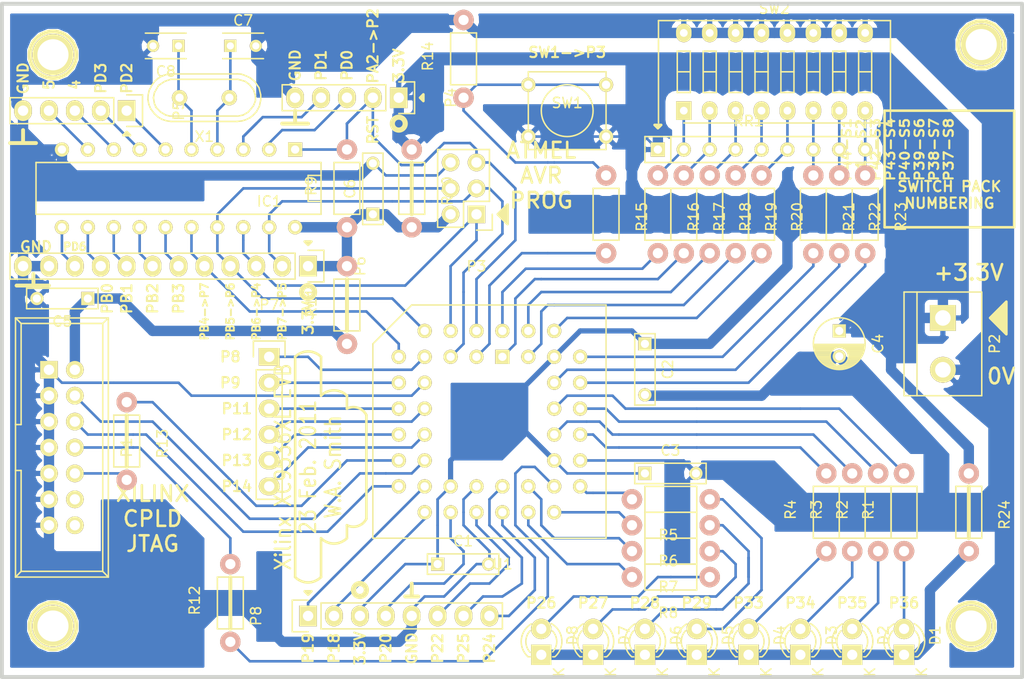
<source format=kicad_pcb>
(kicad_pcb (version 4) (host pcbnew "(2015-12-04 BZR 6347)-product")
  (title_block (date "25 aug 2011"))
  (layers (0 Front signal) (31 Back signal) (34 B.Paste user) (35 F.Paste user) (36 B.SilkS user) (37 F.SilkS user) (38 B.Mask user) (39 F.Mask user) (44 Edge.Cuts user))
  (net 0 "")
  (net 1 +3.3V)
  (net 2 /3V3P)
  (net 3 /L1)
  (net 4 /L2)
  (net 5 /L3)
  (net 6 /L4)
  (net 7 /L5)
  (net 8 /L6)
  (net 9 /L7)
  (net 10 /L8)
  (net 11 /MISO)
  (net 12 /MOSI)
  (net 13 /O1)
  (net 14 /O2)
  (net 15 /O3)
  (net 16 /O4)
  (net 17 /O5)
  (net 18 /O6)
  (net 19 /PD6)
  (net 20 /RESET)
  (net 21 /S1)
  (net 22 /S2)
  (net 23 /S3)
  (net 24 /S4)
  (net 25 /S5)
  (net 26 /S6)
  (net 27 /S7)
  (net 28 /S8)
  (net 29 /SCK)
  (net 30 /TCK)
  (net 31 /TDI)
  (net 32 /TDO)
  (net 33 /TMS)
  (net 34 GND)
  (net 35 "Net-(C5-Pad1)")
  (net 36 "Net-(C7-Pad1)")
  (net 37 "Net-(C8-Pad1)")
  (net 38 "Net-(D1-Pad1)")
  (net 39 "Net-(D1-Pad2)")
  (net 40 "Net-(D2-Pad2)")
  (net 41 "Net-(D3-Pad2)")
  (net 42 "Net-(D4-Pad2)")
  (net 43 "Net-(D5-Pad2)")
  (net 44 "Net-(D6-Pad2)")
  (net 45 "Net-(D7-Pad2)")
  (net 46 "Net-(D8-Pad2)")
  (net 47 "Net-(IC1-Pad2)")
  (net 48 "Net-(IC1-Pad3)")
  (net 49 "Net-(IC1-Pad6)")
  (net 50 "Net-(IC1-Pad7)")
  (net 51 "Net-(IC1-Pad8)")
  (net 52 "Net-(IC1-Pad9)")
  (net 53 "Net-(IC1-Pad12)")
  (net 54 "Net-(IC1-Pad13)")
  (net 55 "Net-(IC1-Pad14)")
  (net 56 "Net-(IC1-Pad15)")
  (net 57 "Net-(IC1-Pad16)")
  (net 58 "Net-(P1-Pad8)")
  (net 59 "Net-(P1-Pad10)")
  (net 60 "Net-(P1-Pad12)")
  (net 61 "Net-(P1-Pad14)")
  (net 62 "Net-(P7-Pad1)")
  (net 63 "Net-(P7-Pad2)")
  (net 64 "Net-(P7-Pad3)")
  (net 65 "Net-(P7-Pad4)")
  (net 66 "Net-(P7-Pad5)")
  (net 67 "Net-(P7-Pad6)")
  (net 68 "Net-(R14-Pad1)")
  (net 69 "Net-(R15-Pad2)")
  (net 70 "Net-(R16-Pad1)")
  (net 71 "Net-(R17-Pad1)")
  (net 72 "Net-(R18-Pad1)")
  (net 73 "Net-(R19-Pad1)")
  (net 74 "Net-(R20-Pad1)")
  (net 75 "Net-(R21-Pad1)")
  (net 76 "Net-(R22-Pad1)")
  (net 77 "Net-(R23-Pad1)")
  (module 1pin (layer Front) (at 145.9992 24.00046)
    (fp_text reference 1PIN hide)
    (fp_text value P*** hide)
    (pad 1 thru_hole circle (at 0 0) (size 4.064 4.064) (drill 3.048) (layers *.Cu *.Mask F.SilkS))
  )
  (module 1pin (layer Front) (at 145.00098 81.0006)
    (fp_text reference 1PIN hide)
    (fp_text value P*** hide)
    (pad 1 thru_hole circle (at 0 0) (size 4.064 4.064) (drill 3.048) (layers *.Cu *.Mask F.SilkS))
  )
  (module 1pin (layer Front) (at 55.00116 81.0006)
    (fp_text reference 1PIN hide)
    (fp_text value P*** hide)
    (pad 1 thru_hole circle (at 0 0) (size 4.064 4.064) (drill 3.048) (layers *.Cu *.Mask F.SilkS))
  )
  (module 1pin (layer Front) (at 55.00116 25.00122)
    (fp_text reference 1PIN hide)
    (fp_text value P*** hide)
    (pad 1 thru_hole circle (at 0 0) (size 4.064 4.064) (drill 3.048) (layers *.Cu *.Mask F.SilkS))
  )
  (module LEDs:LED-3MM (layer Front) (at 102.87 83.82 90)
    (fp_text reference D8 (at 1.91 3.06 90) (layer F.SilkS))
    (fp_text value LED)
    (fp_text user K (at -1.69 1.74 90) (layer F.SilkS))
    (pad 1 thru_hole rect (at 0 0 180) (size 2 2) (drill 1.00076) (layers *.Cu *.Mask F.SilkS) (net 38 "Net-(D1-Pad1)"))
    (pad 2 thru_hole circle (at 2.54 0 90) (size 2 2) (drill 1.00076) (layers *.Cu *.Mask F.SilkS) (net 46 "Net-(D8-Pad2)"))
  )
  (module Capacitors_ThroughHole:C_Rect_L4_W2.5_P2.5 (layer Front) (at 72.39 24.13)
    (fp_text reference C7 (at 1.25 -2.5) (layer F.SilkS))
    (fp_text value 22p)
    (pad 1 thru_hole rect (at 0 0) (size 1.2 1.2) (drill 0.7) (layers *.Cu *.Mask F.SilkS) (net 36 "Net-(C7-Pad1)"))
    (pad 2 thru_hole circle (at 2.5 0) (size 1.2 1.2) (drill 0.7) (layers *.Cu *.Mask F.SilkS) (net 34 GND))
  )
  (module Capacitors_ThroughHole:C_Rect_L4_W2.5_P2.5 (layer Front) (at 67.31 24.13 180)
    (fp_text reference C8 (at 1.25 -2.5 180) (layer F.SilkS))
    (fp_text value 22p)
    (pad 1 thru_hole rect (at 0 0 180) (size 1.2 1.2) (drill 0.7) (layers *.Cu *.Mask F.SilkS) (net 37 "Net-(C8-Pad1)"))
    (pad 2 thru_hole circle (at 2.5 0 180) (size 1.2 1.2) (drill 0.7) (layers *.Cu *.Mask F.SilkS) (net 34 GND))
  )
  (module Crystals:Crystal_HC49-U_Vertical (layer Front) (at 69.85 29.21 180)
    (fp_text reference X1 (at 0 -3.81 180) (layer F.SilkS))
    (fp_text value XTAL)
    (pad 1 thru_hole circle (at -2.44094 0 180) (size 1.50114 1.50114) (drill 0.8001) (layers *.Cu *.Mask F.SilkS) (net 36 "Net-(C7-Pad1)"))
    (pad 2 thru_hole circle (at 2.44094 0 180) (size 1.50114 1.50114) (drill 0.8001) (layers *.Cu *.Mask F.SilkS) (net 37 "Net-(C8-Pad1)"))
  )
  (module Buttons_Switches_ThroughHole:SW_DIP_x8_Slide (layer Front) (at 116.84 30.48)
    (fp_text reference SW2 (at 8.87 -10) (layer F.SilkS))
    (fp_text value SW_DIP_8)
    (pad 1 thru_hole rect (at 0 0) (size 1.524 1.824) (drill 0.762) (layers *.Cu *.Mask F.SilkS) (net 70 "Net-(R16-Pad1)"))
    (pad 16 thru_hole oval (at 0 -7.62) (size 1.524 1.824) (drill 0.762) (layers *.Cu *.Mask F.SilkS) (net 34 GND))
    (pad 2 thru_hole oval (at 2.54 0) (size 1.524 1.824) (drill 0.762) (layers *.Cu *.Mask F.SilkS) (net 71 "Net-(R17-Pad1)"))
    (pad 15 thru_hole oval (at 2.54 -7.62) (size 1.524 1.824) (drill 0.762) (layers *.Cu *.Mask F.SilkS) (net 34 GND))
    (pad 3 thru_hole oval (at 5.08 0) (size 1.524 1.824) (drill 0.762) (layers *.Cu *.Mask F.SilkS) (net 72 "Net-(R18-Pad1)"))
    (pad 14 thru_hole oval (at 5.08 -7.62) (size 1.524 1.824) (drill 0.762) (layers *.Cu *.Mask F.SilkS) (net 34 GND))
    (pad 4 thru_hole oval (at 7.62 0) (size 1.524 1.824) (drill 0.762) (layers *.Cu *.Mask F.SilkS) (net 73 "Net-(R19-Pad1)"))
    (pad 13 thru_hole oval (at 7.62 -7.62) (size 1.524 1.824) (drill 0.762) (layers *.Cu *.Mask F.SilkS) (net 34 GND))
    (pad 5 thru_hole oval (at 10.16 0) (size 1.524 1.824) (drill 0.762) (layers *.Cu *.Mask F.SilkS) (net 74 "Net-(R20-Pad1)"))
    (pad 12 thru_hole oval (at 10.16 -7.62) (size 1.524 1.824) (drill 0.762) (layers *.Cu *.Mask F.SilkS) (net 34 GND))
    (pad 6 thru_hole oval (at 12.7 0) (size 1.524 1.824) (drill 0.762) (layers *.Cu *.Mask F.SilkS) (net 75 "Net-(R21-Pad1)"))
    (pad 11 thru_hole oval (at 12.7 -7.62) (size 1.524 1.824) (drill 0.762) (layers *.Cu *.Mask F.SilkS) (net 34 GND))
    (pad 7 thru_hole oval (at 15.24 0) (size 1.524 1.824) (drill 0.762) (layers *.Cu *.Mask F.SilkS) (net 76 "Net-(R22-Pad1)"))
    (pad 10 thru_hole oval (at 15.24 -7.62) (size 1.524 1.824) (drill 0.762) (layers *.Cu *.Mask F.SilkS) (net 34 GND))
    (pad 8 thru_hole oval (at 17.78 0) (size 1.524 1.824) (drill 0.762) (layers *.Cu *.Mask F.SilkS) (net 77 "Net-(R23-Pad1)"))
    (pad 9 thru_hole oval (at 17.78 -7.62) (size 1.524 1.824) (drill 0.762) (layers *.Cu *.Mask F.SilkS) (net 34 GND))
  )
  (module Sockets:PLCC44 (layer Front) (at 97.79 60.96 270)
    (fp_text reference U1 (at 13.97 -1.27 360) (layer F.SilkS))
    (fp_text value XC9536XLPC44)
    (pad 1 thru_hole rect (at -6.35 -1.27 270) (size 1.397 1.397) (drill 0.8128) (layers *.Cu *.Mask F.SilkS) (net 22 /S2))
    (pad 2 thru_hole circle (at -8.89 1.27 270) (size 1.397 1.397) (drill 0.8128) (layers *.Cu *.Mask F.SilkS) (net 20 /RESET))
    (pad 3 thru_hole circle (at -6.35 1.27 270) (size 1.397 1.397) (drill 0.8128) (layers *.Cu *.Mask F.SilkS) (net 69 "Net-(R15-Pad2)"))
    (pad 4 thru_hole circle (at -8.89 3.81 270) (size 1.397 1.397) (drill 0.8128) (layers *.Cu *.Mask F.SilkS) (net 11 /MISO))
    (pad 5 thru_hole circle (at -6.35 3.81 270) (size 1.397 1.397) (drill 0.8128) (layers *.Cu *.Mask F.SilkS) (net 29 /SCK))
    (pad 6 thru_hole circle (at -8.89 6.35 270) (size 1.397 1.397) (drill 0.8128) (layers *.Cu *.Mask F.SilkS) (net 12 /MOSI))
    (pad 7 thru_hole circle (at -6.35 8.89 270) (size 1.397 1.397) (drill 0.8128) (layers *.Cu *.Mask F.SilkS) (net 57 "Net-(IC1-Pad16)"))
    (pad 8 thru_hole circle (at -6.35 6.35 270) (size 1.397 1.397) (drill 0.8128) (layers *.Cu *.Mask F.SilkS) (net 62 "Net-(P7-Pad1)"))
    (pad 9 thru_hole circle (at -3.81 8.89 270) (size 1.397 1.397) (drill 0.8128) (layers *.Cu *.Mask F.SilkS) (net 63 "Net-(P7-Pad2)"))
    (pad 10 thru_hole circle (at -3.81 6.35 270) (size 1.397 1.397) (drill 0.8128) (layers *.Cu *.Mask F.SilkS) (net 34 GND))
    (pad 11 thru_hole circle (at -1.27 8.89 270) (size 1.397 1.397) (drill 0.8128) (layers *.Cu *.Mask F.SilkS) (net 64 "Net-(P7-Pad3)"))
    (pad 12 thru_hole circle (at -1.27 6.35 270) (size 1.397 1.397) (drill 0.8128) (layers *.Cu *.Mask F.SilkS) (net 65 "Net-(P7-Pad4)"))
    (pad 13 thru_hole circle (at 1.27 8.89 270) (size 1.397 1.397) (drill 0.8128) (layers *.Cu *.Mask F.SilkS) (net 66 "Net-(P7-Pad5)"))
    (pad 14 thru_hole circle (at 1.27 6.35 270) (size 1.397 1.397) (drill 0.8128) (layers *.Cu *.Mask F.SilkS) (net 67 "Net-(P7-Pad6)"))
    (pad 15 thru_hole circle (at 3.81 8.89 270) (size 1.397 1.397) (drill 0.8128) (layers *.Cu *.Mask F.SilkS) (net 31 /TDI))
    (pad 16 thru_hole circle (at 3.81 6.35 270) (size 1.397 1.397) (drill 0.8128) (layers *.Cu *.Mask F.SilkS) (net 33 /TMS))
    (pad 17 thru_hole circle (at 6.35 8.89 270) (size 1.397 1.397) (drill 0.8128) (layers *.Cu *.Mask F.SilkS) (net 30 /TCK))
    (pad 18 thru_hole circle (at 8.89 6.35 270) (size 1.397 1.397) (drill 0.8128) (layers *.Cu *.Mask F.SilkS) (net 14 /O2))
    (pad 19 thru_hole circle (at 6.35 6.35 270) (size 1.397 1.397) (drill 0.8128) (layers *.Cu *.Mask F.SilkS) (net 13 /O1))
    (pad 20 thru_hole circle (at 8.89 3.81 270) (size 1.397 1.397) (drill 0.8128) (layers *.Cu *.Mask F.SilkS) (net 15 /O3))
    (pad 21 thru_hole circle (at 6.35 3.81 270) (size 1.397 1.397) (drill 0.8128) (layers *.Cu *.Mask F.SilkS) (net 1 +3.3V))
    (pad 22 thru_hole circle (at 8.89 1.27 270) (size 1.397 1.397) (drill 0.8128) (layers *.Cu *.Mask F.SilkS) (net 16 /O4))
    (pad 23 thru_hole circle (at 6.35 1.27 270) (size 1.397 1.397) (drill 0.8128) (layers *.Cu *.Mask F.SilkS) (net 34 GND))
    (pad 24 thru_hole circle (at 8.89 -1.27 270) (size 1.397 1.397) (drill 0.8128) (layers *.Cu *.Mask F.SilkS) (net 18 /O6))
    (pad 25 thru_hole circle (at 6.35 -1.27 270) (size 1.397 1.397) (drill 0.8128) (layers *.Cu *.Mask F.SilkS) (net 17 /O5))
    (pad 26 thru_hole circle (at 8.89 -3.81 270) (size 1.397 1.397) (drill 0.8128) (layers *.Cu *.Mask F.SilkS) (net 10 /L8))
    (pad 27 thru_hole circle (at 6.35 -3.81 270) (size 1.397 1.397) (drill 0.8128) (layers *.Cu *.Mask F.SilkS) (net 9 /L7))
    (pad 28 thru_hole circle (at 8.89 -6.35 270) (size 1.397 1.397) (drill 0.8128) (layers *.Cu *.Mask F.SilkS) (net 8 /L6))
    (pad 29 thru_hole circle (at 6.35 -8.89 270) (size 1.397 1.397) (drill 0.8128) (layers *.Cu *.Mask F.SilkS) (net 7 /L5))
    (pad 30 thru_hole circle (at 6.35 -6.35 270) (size 1.397 1.397) (drill 0.8128) (layers *.Cu *.Mask F.SilkS) (net 32 /TDO))
    (pad 31 thru_hole circle (at 3.81 -8.89 270) (size 1.397 1.397) (drill 0.8128) (layers *.Cu *.Mask F.SilkS) (net 34 GND))
    (pad 32 thru_hole circle (at 3.81 -6.35 270) (size 1.397 1.397) (drill 0.8128) (layers *.Cu *.Mask F.SilkS) (net 1 +3.3V))
    (pad 33 thru_hole circle (at 1.27 -8.89 270) (size 1.397 1.397) (drill 0.8128) (layers *.Cu *.Mask F.SilkS) (net 6 /L4))
    (pad 34 thru_hole circle (at 1.27 -6.35 270) (size 1.397 1.397) (drill 0.8128) (layers *.Cu *.Mask F.SilkS) (net 5 /L3))
    (pad 35 thru_hole circle (at -1.27 -8.89 270) (size 1.397 1.397) (drill 0.8128) (layers *.Cu *.Mask F.SilkS) (net 4 /L2))
    (pad 36 thru_hole circle (at -1.27 -6.35 270) (size 1.397 1.397) (drill 0.8128) (layers *.Cu *.Mask F.SilkS) (net 3 /L1))
    (pad 37 thru_hole circle (at -3.81 -8.89 270) (size 1.397 1.397) (drill 0.8128) (layers *.Cu *.Mask F.SilkS) (net 28 /S8))
    (pad 38 thru_hole circle (at -3.81 -6.35 270) (size 1.397 1.397) (drill 0.8128) (layers *.Cu *.Mask F.SilkS) (net 27 /S7))
    (pad 39 thru_hole circle (at -6.35 -8.89 270) (size 1.397 1.397) (drill 0.8128) (layers *.Cu *.Mask F.SilkS) (net 26 /S6))
    (pad 40 thru_hole circle (at -8.89 -6.35 270) (size 1.397 1.397) (drill 0.8128) (layers *.Cu *.Mask F.SilkS) (net 25 /S5))
    (pad 41 thru_hole circle (at -6.35 -6.35 270) (size 1.397 1.397) (drill 0.8128) (layers *.Cu *.Mask F.SilkS) (net 1 +3.3V))
    (pad 42 thru_hole circle (at -8.89 -3.81 270) (size 1.397 1.397) (drill 0.8128) (layers *.Cu *.Mask F.SilkS) (net 23 /S3))
    (pad 43 thru_hole circle (at -6.35 -3.81 270) (size 1.397 1.397) (drill 0.8128) (layers *.Cu *.Mask F.SilkS) (net 24 /S4))
    (pad 44 thru_hole circle (at -8.89 -1.27 270) (size 1.397 1.397) (drill 0.8128) (layers *.Cu *.Mask F.SilkS) (net 21 /S1))
  )
  (module Connect:bornier2 (layer Front) (at 142.24 53.34 270)
    (fp_text reference P2 (at 0 -5.08 270) (layer F.SilkS))
    (fp_text value CONN_2)
    (pad 1 thru_hole rect (at -2.54 0 270) (size 2.54 2.54) (drill 1.524) (layers *.Cu *.Mask F.SilkS) (net 1 +3.3V))
    (pad 2 thru_hole circle (at 2.54 0 270) (size 2.54 2.54) (drill 1.524) (layers *.Cu *.Mask F.SilkS) (net 34 GND))
  )
  (module Capacitors_ThroughHole:C_Rect_L7_W2_P5 (layer Front) (at 92.71 74.93)
    (fp_text reference C1 (at 2.5 -2.25) (layer F.SilkS))
    (fp_text value 100n)
    (pad 1 thru_hole rect (at 0 0) (size 1.3 1.3) (drill 0.8) (layers *.Cu *.Mask F.SilkS) (net 1 +3.3V))
    (pad 2 thru_hole circle (at 5 0) (size 1.3 1.3) (drill 0.8) (layers *.Cu *.Mask F.SilkS) (net 34 GND))
  )
  (module Capacitors_ThroughHole:C_Rect_L7_W2_P5 (layer Front) (at 113.03 53.34 270)
    (fp_text reference C2 (at 2.5 -2.25 270) (layer F.SilkS))
    (fp_text value 100n)
    (pad 1 thru_hole rect (at 0 0 270) (size 1.3 1.3) (drill 0.8) (layers *.Cu *.Mask F.SilkS) (net 1 +3.3V))
    (pad 2 thru_hole circle (at 5 0 270) (size 1.3 1.3) (drill 0.8) (layers *.Cu *.Mask F.SilkS) (net 34 GND))
  )
  (module Capacitors_ThroughHole:C_Rect_L7_W2_P5 (layer Front) (at 113.03 66.04)
    (fp_text reference C3 (at 2.5 -2.25) (layer F.SilkS))
    (fp_text value 100n)
    (pad 1 thru_hole rect (at 0 0) (size 1.3 1.3) (drill 0.8) (layers *.Cu *.Mask F.SilkS) (net 1 +3.3V))
    (pad 2 thru_hole circle (at 5 0) (size 1.3 1.3) (drill 0.8) (layers *.Cu *.Mask F.SilkS) (net 34 GND))
  )
  (module Capacitors_ThroughHole:C_Radial_D5_L6_P2.5 (layer Front) (at 132.08 52.07 270)
    (fp_text reference C4 (at 1.25 -3.8 270) (layer F.SilkS))
    (fp_text value 10uF)
    (pad 1 thru_hole rect (at 0 0 270) (size 1.3 1.3) (drill 0.8) (layers *.Cu *.Mask F.SilkS) (net 1 +3.3V))
    (pad 2 thru_hole circle (at 2.5 0 270) (size 1.3 1.3) (drill 0.8) (layers *.Cu *.Mask F.SilkS) (net 34 GND))
  )
  (module Capacitors_ThroughHole:C_Rect_L7_W2_P5 (layer Front) (at 58.42 48.895 180)
    (fp_text reference C5 (at 2.5 -2.25 180) (layer F.SilkS))
    (fp_text value 100n)
    (pad 1 thru_hole rect (at 0 0 180) (size 1.3 1.3) (drill 0.8) (layers *.Cu *.Mask F.SilkS) (net 35 "Net-(C5-Pad1)"))
    (pad 2 thru_hole circle (at 5 0 180) (size 1.3 1.3) (drill 0.8) (layers *.Cu *.Mask F.SilkS) (net 34 GND))
  )
  (module Capacitors_ThroughHole:C_Rect_L7_W2_P5 (layer Front) (at 86.36 40.64 90)
    (fp_text reference C6 (at 2.5 -2.25 90) (layer F.SilkS))
    (fp_text value 100n)
    (pad 1 thru_hole rect (at 0 0 90) (size 1.3 1.3) (drill 0.8) (layers *.Cu *.Mask F.SilkS) (net 2 /3V3P))
    (pad 2 thru_hole circle (at 5 0 90) (size 1.3 1.3) (drill 0.8) (layers *.Cu *.Mask F.SilkS) (net 34 GND))
  )
  (module LEDs:LED-3MM (layer Front) (at 138.43 83.82 90)
    (fp_text reference D1 (at 1.91 3.06 90) (layer F.SilkS))
    (fp_text value LED)
    (fp_text user K (at -1.69 1.74 90) (layer F.SilkS))
    (pad 1 thru_hole rect (at 0 0 180) (size 2 2) (drill 1.00076) (layers *.Cu *.Mask F.SilkS) (net 38 "Net-(D1-Pad1)"))
    (pad 2 thru_hole circle (at 2.54 0 90) (size 2 2) (drill 1.00076) (layers *.Cu *.Mask F.SilkS) (net 39 "Net-(D1-Pad2)"))
  )
  (module LEDs:LED-3MM (layer Front) (at 133.35 83.82 90)
    (fp_text reference D2 (at 1.91 3.06 90) (layer F.SilkS))
    (fp_text value LED)
    (fp_text user K (at -1.69 1.74 90) (layer F.SilkS))
    (pad 1 thru_hole rect (at 0 0 180) (size 2 2) (drill 1.00076) (layers *.Cu *.Mask F.SilkS) (net 38 "Net-(D1-Pad1)"))
    (pad 2 thru_hole circle (at 2.54 0 90) (size 2 2) (drill 1.00076) (layers *.Cu *.Mask F.SilkS) (net 40 "Net-(D2-Pad2)"))
  )
  (module LEDs:LED-3MM (layer Front) (at 128.27 83.82 90)
    (fp_text reference D3 (at 1.91 3.06 90) (layer F.SilkS))
    (fp_text value LED)
    (fp_text user K (at -1.69 1.74 90) (layer F.SilkS))
    (pad 1 thru_hole rect (at 0 0 180) (size 2 2) (drill 1.00076) (layers *.Cu *.Mask F.SilkS) (net 38 "Net-(D1-Pad1)"))
    (pad 2 thru_hole circle (at 2.54 0 90) (size 2 2) (drill 1.00076) (layers *.Cu *.Mask F.SilkS) (net 41 "Net-(D3-Pad2)"))
  )
  (module LEDs:LED-3MM (layer Front) (at 123.19 83.82 90)
    (fp_text reference D4 (at 1.91 3.06 90) (layer F.SilkS))
    (fp_text value LED)
    (fp_text user K (at -1.69 1.74 90) (layer F.SilkS))
    (pad 1 thru_hole rect (at 0 0 180) (size 2 2) (drill 1.00076) (layers *.Cu *.Mask F.SilkS) (net 38 "Net-(D1-Pad1)"))
    (pad 2 thru_hole circle (at 2.54 0 90) (size 2 2) (drill 1.00076) (layers *.Cu *.Mask F.SilkS) (net 42 "Net-(D4-Pad2)"))
  )
  (module LEDs:LED-3MM (layer Front) (at 118.11 83.82 90)
    (fp_text reference D5 (at 1.91 3.06 90) (layer F.SilkS))
    (fp_text value LED)
    (fp_text user K (at -1.69 1.74 90) (layer F.SilkS))
    (pad 1 thru_hole rect (at 0 0 180) (size 2 2) (drill 1.00076) (layers *.Cu *.Mask F.SilkS) (net 38 "Net-(D1-Pad1)"))
    (pad 2 thru_hole circle (at 2.54 0 90) (size 2 2) (drill 1.00076) (layers *.Cu *.Mask F.SilkS) (net 43 "Net-(D5-Pad2)"))
  )
  (module LEDs:LED-3MM (layer Front) (at 113.03 83.82 90)
    (fp_text reference D6 (at 1.91 3.06 90) (layer F.SilkS))
    (fp_text value LED)
    (fp_text user K (at -1.69 1.74 90) (layer F.SilkS))
    (pad 1 thru_hole rect (at 0 0 180) (size 2 2) (drill 1.00076) (layers *.Cu *.Mask F.SilkS) (net 38 "Net-(D1-Pad1)"))
    (pad 2 thru_hole circle (at 2.54 0 90) (size 2 2) (drill 1.00076) (layers *.Cu *.Mask F.SilkS) (net 44 "Net-(D6-Pad2)"))
  )
  (module LEDs:LED-3MM (layer Front) (at 107.95 83.82 90)
    (fp_text reference D7 (at 1.91 3.06 90) (layer F.SilkS))
    (fp_text value LED)
    (fp_text user K (at -1.69 1.74 90) (layer F.SilkS))
    (pad 1 thru_hole rect (at 0 0 180) (size 2 2) (drill 1.00076) (layers *.Cu *.Mask F.SilkS) (net 38 "Net-(D1-Pad1)"))
    (pad 2 thru_hole circle (at 2.54 0 90) (size 2 2) (drill 1.00076) (layers *.Cu *.Mask F.SilkS) (net 45 "Net-(D7-Pad2)"))
  )
  (module Sockets_DIP:DIP-20__300 (layer Front) (at 67.31 38.1 180)
    (fp_text reference IC1 (at -8.89 -1.27 180) (layer F.SilkS))
    (fp_text value ATTINY2313-P)
    (pad 1 thru_hole rect (at -11.43 3.81 180) (size 1.397 1.397) (drill 0.8128) (layers *.Cu *.Mask F.SilkS) (net 20 /RESET))
    (pad 2 thru_hole circle (at -8.89 3.81 180) (size 1.397 1.397) (drill 0.8128) (layers *.Cu *.Mask F.SilkS) (net 47 "Net-(IC1-Pad2)"))
    (pad 3 thru_hole circle (at -6.35 3.81 180) (size 1.397 1.397) (drill 0.8128) (layers *.Cu *.Mask F.SilkS) (net 48 "Net-(IC1-Pad3)"))
    (pad 4 thru_hole circle (at -3.81 3.81 180) (size 1.397 1.397) (drill 0.8128) (layers *.Cu *.Mask F.SilkS) (net 36 "Net-(C7-Pad1)"))
    (pad 5 thru_hole circle (at -1.27 3.81 180) (size 1.397 1.397) (drill 0.8128) (layers *.Cu *.Mask F.SilkS) (net 37 "Net-(C8-Pad1)"))
    (pad 6 thru_hole circle (at 1.27 3.81 180) (size 1.397 1.397) (drill 0.8128) (layers *.Cu *.Mask F.SilkS) (net 49 "Net-(IC1-Pad6)"))
    (pad 7 thru_hole circle (at 3.81 3.81 180) (size 1.397 1.397) (drill 0.8128) (layers *.Cu *.Mask F.SilkS) (net 50 "Net-(IC1-Pad7)"))
    (pad 8 thru_hole circle (at 6.35 3.81 180) (size 1.397 1.397) (drill 0.8128) (layers *.Cu *.Mask F.SilkS) (net 51 "Net-(IC1-Pad8)"))
    (pad 9 thru_hole circle (at 8.89 3.81 180) (size 1.397 1.397) (drill 0.8128) (layers *.Cu *.Mask F.SilkS) (net 52 "Net-(IC1-Pad9)"))
    (pad 10 thru_hole circle (at 11.43 3.81 180) (size 1.397 1.397) (drill 0.8128) (layers *.Cu *.Mask F.SilkS) (net 34 GND))
    (pad 11 thru_hole circle (at 11.43 -3.81 180) (size 1.397 1.397) (drill 0.8128) (layers *.Cu *.Mask F.SilkS) (net 19 /PD6))
    (pad 12 thru_hole circle (at 8.89 -3.81 180) (size 1.397 1.397) (drill 0.8128) (layers *.Cu *.Mask F.SilkS) (net 53 "Net-(IC1-Pad12)"))
    (pad 13 thru_hole circle (at 6.35 -3.81 180) (size 1.397 1.397) (drill 0.8128) (layers *.Cu *.Mask F.SilkS) (net 54 "Net-(IC1-Pad13)"))
    (pad 14 thru_hole circle (at 3.81 -3.81 180) (size 1.397 1.397) (drill 0.8128) (layers *.Cu *.Mask F.SilkS) (net 55 "Net-(IC1-Pad14)"))
    (pad 15 thru_hole circle (at 1.27 -3.81 180) (size 1.397 1.397) (drill 0.8128) (layers *.Cu *.Mask F.SilkS) (net 56 "Net-(IC1-Pad15)"))
    (pad 16 thru_hole circle (at -1.27 -3.81 180) (size 1.397 1.397) (drill 0.8128) (layers *.Cu *.Mask F.SilkS) (net 57 "Net-(IC1-Pad16)"))
    (pad 17 thru_hole circle (at -3.81 -3.81 180) (size 1.397 1.397) (drill 0.8128) (layers *.Cu *.Mask F.SilkS) (net 12 /MOSI))
    (pad 18 thru_hole circle (at -6.35 -3.81 180) (size 1.397 1.397) (drill 0.8128) (layers *.Cu *.Mask F.SilkS) (net 11 /MISO))
    (pad 19 thru_hole circle (at -8.89 -3.81 180) (size 1.397 1.397) (drill 0.8128) (layers *.Cu *.Mask F.SilkS) (net 29 /SCK))
    (pad 20 thru_hole circle (at -11.43 -3.81 180) (size 1.397 1.397) (drill 0.8128) (layers *.Cu *.Mask F.SilkS) (net 2 /3V3P))
  )
  (module Pin_Headers:Pin_Header_Straight_2x03 (layer Front) (at 96.52 40.64 180)
    (fp_text reference P3 (at 0 -5.1 180) (layer F.SilkS))
    (fp_text value CONN_3X2)
    (pad 1 thru_hole rect (at 0 0 180) (size 1.7272 1.7272) (drill 1.016) (layers *.Cu *.Mask F.SilkS) (net 11 /MISO))
    (pad 2 thru_hole oval (at 2.54 0 180) (size 1.7272 1.7272) (drill 1.016) (layers *.Cu *.Mask F.SilkS) (net 2 /3V3P))
    (pad 3 thru_hole oval (at 0 2.54 180) (size 1.7272 1.7272) (drill 1.016) (layers *.Cu *.Mask F.SilkS) (net 29 /SCK))
    (pad 4 thru_hole oval (at 2.54 2.54 180) (size 1.7272 1.7272) (drill 1.016) (layers *.Cu *.Mask F.SilkS) (net 12 /MOSI))
    (pad 5 thru_hole oval (at 0 5.08 180) (size 1.7272 1.7272) (drill 1.016) (layers *.Cu *.Mask F.SilkS) (net 20 /RESET))
    (pad 6 thru_hole oval (at 2.54 5.08 180) (size 1.7272 1.7272) (drill 1.016) (layers *.Cu *.Mask F.SilkS) (net 34 GND))
  )
  (module Pin_Headers:Pin_Header_Straight_1x05 (layer Front) (at 88.9 29.21 270)
    (fp_text reference P4 (at 0 -5.1 270) (layer F.SilkS))
    (fp_text value CONN_5)
    (pad 1 thru_hole rect (at 0 0 270) (size 2.032 1.7272) (drill 1.016) (layers *.Cu *.Mask F.SilkS) (net 1 +3.3V))
    (pad 2 thru_hole oval (at 0 2.54 270) (size 2.032 1.7272) (drill 1.016) (layers *.Cu *.Mask F.SilkS) (net 20 /RESET))
    (pad 3 thru_hole oval (at 0 5.08 270) (size 2.032 1.7272) (drill 1.016) (layers *.Cu *.Mask F.SilkS) (net 47 "Net-(IC1-Pad2)"))
    (pad 4 thru_hole oval (at 0 7.62 270) (size 2.032 1.7272) (drill 1.016) (layers *.Cu *.Mask F.SilkS) (net 48 "Net-(IC1-Pad3)"))
    (pad 5 thru_hole oval (at 0 10.16 270) (size 2.032 1.7272) (drill 1.016) (layers *.Cu *.Mask F.SilkS) (net 34 GND))
  )
  (module Pin_Headers:Pin_Header_Straight_1x05 (layer Front) (at 62.23 30.48 270)
    (fp_text reference P5 (at 0 -5.1 270) (layer F.SilkS))
    (fp_text value CONN_5)
    (pad 1 thru_hole rect (at 0 0 270) (size 2.032 1.7272) (drill 1.016) (layers *.Cu *.Mask F.SilkS) (net 49 "Net-(IC1-Pad6)"))
    (pad 2 thru_hole oval (at 0 2.54 270) (size 2.032 1.7272) (drill 1.016) (layers *.Cu *.Mask F.SilkS) (net 50 "Net-(IC1-Pad7)"))
    (pad 3 thru_hole oval (at 0 5.08 270) (size 2.032 1.7272) (drill 1.016) (layers *.Cu *.Mask F.SilkS) (net 51 "Net-(IC1-Pad8)"))
    (pad 4 thru_hole oval (at 0 7.62 270) (size 2.032 1.7272) (drill 1.016) (layers *.Cu *.Mask F.SilkS) (net 52 "Net-(IC1-Pad9)"))
    (pad 5 thru_hole oval (at 0 10.16 270) (size 2.032 1.7272) (drill 1.016) (layers *.Cu *.Mask F.SilkS) (net 34 GND))
  )
  (module Pin_Headers:Pin_Header_Straight_1x12 (layer Front) (at 80.01 45.72 270)
    (fp_text reference P6 (at 0 -5.1 270) (layer F.SilkS))
    (fp_text value CONN_12)
    (pad 1 thru_hole rect (at 0 0 270) (size 2.032 1.7272) (drill 1.016) (layers *.Cu *.Mask F.SilkS) (net 2 /3V3P))
    (pad 2 thru_hole oval (at 0 2.54 270) (size 2.032 1.7272) (drill 1.016) (layers *.Cu *.Mask F.SilkS) (net 29 /SCK))
    (pad 3 thru_hole oval (at 0 5.08 270) (size 2.032 1.7272) (drill 1.016) (layers *.Cu *.Mask F.SilkS) (net 11 /MISO))
    (pad 4 thru_hole oval (at 0 7.62 270) (size 2.032 1.7272) (drill 1.016) (layers *.Cu *.Mask F.SilkS) (net 12 /MOSI))
    (pad 5 thru_hole oval (at 0 10.16 270) (size 2.032 1.7272) (drill 1.016) (layers *.Cu *.Mask F.SilkS) (net 57 "Net-(IC1-Pad16)"))
    (pad 6 thru_hole oval (at 0 12.7 270) (size 2.032 1.7272) (drill 1.016) (layers *.Cu *.Mask F.SilkS) (net 56 "Net-(IC1-Pad15)"))
    (pad 7 thru_hole oval (at 0 15.24 270) (size 2.032 1.7272) (drill 1.016) (layers *.Cu *.Mask F.SilkS) (net 55 "Net-(IC1-Pad14)"))
    (pad 8 thru_hole oval (at 0 17.78 270) (size 2.032 1.7272) (drill 1.016) (layers *.Cu *.Mask F.SilkS) (net 54 "Net-(IC1-Pad13)"))
    (pad 9 thru_hole oval (at 0 20.32 270) (size 2.032 1.7272) (drill 1.016) (layers *.Cu *.Mask F.SilkS) (net 53 "Net-(IC1-Pad12)"))
    (pad 10 thru_hole oval (at 0 22.86 270) (size 2.032 1.7272) (drill 1.016) (layers *.Cu *.Mask F.SilkS) (net 19 /PD6))
    (pad 11 thru_hole oval (at 0 25.4 270) (size 2.032 1.7272) (drill 1.016) (layers *.Cu *.Mask F.SilkS) (net 34 GND))
    (pad 12 thru_hole oval (at 0 27.94 270) (size 2.032 1.7272) (drill 1.016) (layers *.Cu *.Mask F.SilkS) (net 34 GND))
  )
  (module Pin_Headers:Pin_Header_Straight_1x06 (layer Front) (at 76.2 54.61)
    (fp_text reference P7 (at 0 -5.1) (layer F.SilkS))
    (fp_text value CONN_6)
    (pad 1 thru_hole rect (at 0 0) (size 2.032 1.7272) (drill 1.016) (layers *.Cu *.Mask F.SilkS) (net 62 "Net-(P7-Pad1)"))
    (pad 2 thru_hole oval (at 0 2.54) (size 2.032 1.7272) (drill 1.016) (layers *.Cu *.Mask F.SilkS) (net 63 "Net-(P7-Pad2)"))
    (pad 3 thru_hole oval (at 0 5.08) (size 2.032 1.7272) (drill 1.016) (layers *.Cu *.Mask F.SilkS) (net 64 "Net-(P7-Pad3)"))
    (pad 4 thru_hole oval (at 0 7.62) (size 2.032 1.7272) (drill 1.016) (layers *.Cu *.Mask F.SilkS) (net 65 "Net-(P7-Pad4)"))
    (pad 5 thru_hole oval (at 0 10.16) (size 2.032 1.7272) (drill 1.016) (layers *.Cu *.Mask F.SilkS) (net 66 "Net-(P7-Pad5)"))
    (pad 6 thru_hole oval (at 0 12.7) (size 2.032 1.7272) (drill 1.016) (layers *.Cu *.Mask F.SilkS) (net 67 "Net-(P7-Pad6)"))
  )
  (module Pin_Headers:Pin_Header_Straight_1x08 (layer Front) (at 80.01 80.01 90)
    (fp_text reference P8 (at 0 -5.1 90) (layer F.SilkS))
    (fp_text value CONN_8)
    (pad 1 thru_hole rect (at 0 0 90) (size 2.032 1.7272) (drill 1.016) (layers *.Cu *.Mask F.SilkS) (net 13 /O1))
    (pad 2 thru_hole oval (at 0 2.54 90) (size 2.032 1.7272) (drill 1.016) (layers *.Cu *.Mask F.SilkS) (net 14 /O2))
    (pad 3 thru_hole oval (at 0 5.08 90) (size 2.032 1.7272) (drill 1.016) (layers *.Cu *.Mask F.SilkS) (net 1 +3.3V))
    (pad 4 thru_hole oval (at 0 7.62 90) (size 2.032 1.7272) (drill 1.016) (layers *.Cu *.Mask F.SilkS) (net 15 /O3))
    (pad 5 thru_hole oval (at 0 10.16 90) (size 2.032 1.7272) (drill 1.016) (layers *.Cu *.Mask F.SilkS) (net 34 GND))
    (pad 6 thru_hole oval (at 0 12.7 90) (size 2.032 1.7272) (drill 1.016) (layers *.Cu *.Mask F.SilkS) (net 16 /O4))
    (pad 7 thru_hole oval (at 0 15.24 90) (size 2.032 1.7272) (drill 1.016) (layers *.Cu *.Mask F.SilkS) (net 17 /O5))
    (pad 8 thru_hole oval (at 0 17.78 90) (size 2.032 1.7272) (drill 1.016) (layers *.Cu *.Mask F.SilkS) (net 18 /O6))
  )
  (module Resistors_ThroughHole_custom:Resistor_Array_SIP8 (layer Front) (at 124.46 34.29)
    (fp_text reference RR1 (at -1.27 -2.794) (layer F.SilkS))
    (fp_text value 4k7)
    (pad 1 thru_hole rect (at -10.16 0) (size 1.397 1.397) (drill 0.8128) (layers *.Cu *.Mask F.SilkS) (net 1 +3.3V))
    (pad 2 thru_hole circle (at -7.62 0) (size 1.397 1.397) (drill 0.8128) (layers *.Cu *.Mask F.SilkS) (net 70 "Net-(R16-Pad1)"))
    (pad 3 thru_hole circle (at -5.08 0) (size 1.397 1.397) (drill 0.8128) (layers *.Cu *.Mask F.SilkS) (net 71 "Net-(R17-Pad1)"))
    (pad 4 thru_hole circle (at -2.54 0) (size 1.397 1.397) (drill 0.8128) (layers *.Cu *.Mask F.SilkS) (net 72 "Net-(R18-Pad1)"))
    (pad 5 thru_hole circle (at 0 0) (size 1.397 1.397) (drill 0.8128) (layers *.Cu *.Mask F.SilkS) (net 73 "Net-(R19-Pad1)"))
    (pad 6 thru_hole circle (at 2.54 0) (size 1.397 1.397) (drill 0.8128) (layers *.Cu *.Mask F.SilkS) (net 74 "Net-(R20-Pad1)"))
    (pad 7 thru_hole circle (at 5.08 0) (size 1.397 1.397) (drill 0.8128) (layers *.Cu *.Mask F.SilkS) (net 75 "Net-(R21-Pad1)"))
    (pad 8 thru_hole circle (at 7.62 0) (size 1.397 1.397) (drill 0.8128) (layers *.Cu *.Mask F.SilkS) (net 76 "Net-(R22-Pad1)"))
    (pad 9 thru_hole circle (at 10.16 0) (size 1.397 1.397) (drill 0.8128) (layers *.Cu *.Mask F.SilkS) (net 77 "Net-(R23-Pad1)"))
  )
  (module Buttons_Switches_ThroughHole:SW_PUSH_SMALL (layer Front) (at 105.41 30.48)
    (fp_text reference SW1 (at 0 -0.762) (layer F.SilkS))
    (fp_text value SW_PUSH)
    (pad 1 thru_hole circle (at 3.81 -2.54) (size 1.397 1.397) (drill 0.8128) (layers *.Cu *.Mask F.SilkS) (net 68 "Net-(R14-Pad1)"))
    (pad 2 thru_hole circle (at 3.81 2.54) (size 1.397 1.397) (drill 0.8128) (layers *.Cu *.Mask F.SilkS) (net 1 +3.3V))
    (pad 1 thru_hole circle (at -3.81 -2.54) (size 1.397 1.397) (drill 0.8128) (layers *.Cu *.Mask F.SilkS) (net 68 "Net-(R14-Pad1)"))
    (pad 2 thru_hole circle (at -3.81 2.54) (size 1.397 1.397) (drill 0.8128) (layers *.Cu *.Mask F.SilkS) (net 1 +3.3V))
  )
  (module Connect:IDC_Header_Straight_14pins (layer Front) (at 54.61 55.88 270)
    (fp_text reference P1 (at 7.62 -7.62 270) (layer F.SilkS))
    (fp_text value CONN_7X2)
    (pad 1 thru_hole rect (at 0 0 270) (size 1.7272 1.7272) (drill 1.016) (layers *.Cu *.Mask F.SilkS) (net 34 GND))
    (pad 2 thru_hole oval (at 0 -2.54 270) (size 1.7272 1.7272) (drill 1.016) (layers *.Cu *.Mask F.SilkS) (net 35 "Net-(C5-Pad1)"))
    (pad 3 thru_hole oval (at 2.54 0 270) (size 1.7272 1.7272) (drill 1.016) (layers *.Cu *.Mask F.SilkS) (net 34 GND))
    (pad 4 thru_hole oval (at 2.54 -2.54 270) (size 1.7272 1.7272) (drill 1.016) (layers *.Cu *.Mask F.SilkS) (net 33 /TMS))
    (pad 5 thru_hole oval (at 5.08 0 270) (size 1.7272 1.7272) (drill 1.016) (layers *.Cu *.Mask F.SilkS) (net 34 GND))
    (pad 6 thru_hole oval (at 5.08 -2.54 270) (size 1.7272 1.7272) (drill 1.016) (layers *.Cu *.Mask F.SilkS) (net 30 /TCK))
    (pad 7 thru_hole oval (at 7.62 0 270) (size 1.7272 1.7272) (drill 1.016) (layers *.Cu *.Mask F.SilkS) (net 34 GND))
    (pad 8 thru_hole oval (at 7.62 -2.54 270) (size 1.7272 1.7272) (drill 1.016) (layers *.Cu *.Mask F.SilkS) (net 58 "Net-(P1-Pad8)"))
    (pad 9 thru_hole oval (at 10.16 0 270) (size 1.7272 1.7272) (drill 1.016) (layers *.Cu *.Mask F.SilkS) (net 34 GND))
    (pad 10 thru_hole oval (at 10.16 -2.54 270) (size 1.7272 1.7272) (drill 1.016) (layers *.Cu *.Mask F.SilkS) (net 59 "Net-(P1-Pad10)"))
    (pad 11 thru_hole oval (at 12.7 0 270) (size 1.7272 1.7272) (drill 1.016) (layers *.Cu *.Mask F.SilkS) (net 34 GND))
    (pad 12 thru_hole oval (at 12.7 -2.54 270) (size 1.7272 1.7272) (drill 1.016) (layers *.Cu *.Mask F.SilkS) (net 60 "Net-(P1-Pad12)"))
    (pad 13 thru_hole oval (at 15.24 0 270) (size 1.7272 1.7272) (drill 1.016) (layers *.Cu *.Mask F.SilkS) (net 34 GND))
    (pad 14 thru_hole oval (at 15.24 -2.54 270) (size 1.7272 1.7272) (drill 1.016) (layers *.Cu *.Mask F.SilkS) (net 61 "Net-(P1-Pad14)"))
  )
  (module Resistors_ThroughHole:Resistor_Horizontal_RM7mm (layer Front) (at 138.43 73.66 90)
    (fp_text reference R1 (at 4.05892 -3.50012 90) (layer F.SilkS))
    (fp_text value 330R)
    (pad 1 thru_hole circle (at 0 0 90) (size 1.99898 1.99898) (drill 1.00076) (layers *.Cu *.SilkS *.Mask) (net 39 "Net-(D1-Pad2)"))
    (pad 2 thru_hole circle (at 7.62 0 90) (size 1.99898 1.99898) (drill 1.00076) (layers *.Cu *.SilkS *.Mask) (net 3 /L1))
  )
  (module Resistors_ThroughHole:Resistor_Horizontal_RM7mm (layer Front) (at 135.89 73.66 90)
    (fp_text reference R2 (at 4.05892 -3.50012 90) (layer F.SilkS))
    (fp_text value 330R)
    (pad 1 thru_hole circle (at 0 0 90) (size 1.99898 1.99898) (drill 1.00076) (layers *.Cu *.SilkS *.Mask) (net 40 "Net-(D2-Pad2)"))
    (pad 2 thru_hole circle (at 7.62 0 90) (size 1.99898 1.99898) (drill 1.00076) (layers *.Cu *.SilkS *.Mask) (net 4 /L2))
  )
  (module Resistors_ThroughHole:Resistor_Horizontal_RM7mm (layer Front) (at 133.35 73.66 90)
    (fp_text reference R3 (at 4.05892 -3.50012 90) (layer F.SilkS))
    (fp_text value 330R)
    (pad 1 thru_hole circle (at 0 0 90) (size 1.99898 1.99898) (drill 1.00076) (layers *.Cu *.SilkS *.Mask) (net 41 "Net-(D3-Pad2)"))
    (pad 2 thru_hole circle (at 7.62 0 90) (size 1.99898 1.99898) (drill 1.00076) (layers *.Cu *.SilkS *.Mask) (net 5 /L3))
  )
  (module Resistors_ThroughHole:Resistor_Horizontal_RM7mm (layer Front) (at 130.81 73.66 90)
    (fp_text reference R4 (at 4.05892 -3.50012 90) (layer F.SilkS))
    (fp_text value 330R)
    (pad 1 thru_hole circle (at 0 0 90) (size 1.99898 1.99898) (drill 1.00076) (layers *.Cu *.SilkS *.Mask) (net 42 "Net-(D4-Pad2)"))
    (pad 2 thru_hole circle (at 7.62 0 90) (size 1.99898 1.99898) (drill 1.00076) (layers *.Cu *.SilkS *.Mask) (net 6 /L4))
  )
  (module Resistors_ThroughHole:Resistor_Horizontal_RM7mm (layer Front) (at 119.38 68.58 180)
    (fp_text reference R5 (at 4.05892 -3.50012 180) (layer F.SilkS))
    (fp_text value 330R)
    (pad 1 thru_hole circle (at 0 0 180) (size 1.99898 1.99898) (drill 1.00076) (layers *.Cu *.SilkS *.Mask) (net 43 "Net-(D5-Pad2)"))
    (pad 2 thru_hole circle (at 7.62 0 180) (size 1.99898 1.99898) (drill 1.00076) (layers *.Cu *.SilkS *.Mask) (net 7 /L5))
  )
  (module Resistors_ThroughHole:Resistor_Horizontal_RM7mm (layer Front) (at 119.38 71.12 180)
    (fp_text reference R6 (at 4.05892 -3.50012 180) (layer F.SilkS))
    (fp_text value 330R)
    (pad 1 thru_hole circle (at 0 0 180) (size 1.99898 1.99898) (drill 1.00076) (layers *.Cu *.SilkS *.Mask) (net 44 "Net-(D6-Pad2)"))
    (pad 2 thru_hole circle (at 7.62 0 180) (size 1.99898 1.99898) (drill 1.00076) (layers *.Cu *.SilkS *.Mask) (net 8 /L6))
  )
  (module Resistors_ThroughHole:Resistor_Horizontal_RM7mm (layer Front) (at 119.38 73.66 180)
    (fp_text reference R7 (at 4.05892 -3.50012 180) (layer F.SilkS))
    (fp_text value 330R)
    (pad 1 thru_hole circle (at 0 0 180) (size 1.99898 1.99898) (drill 1.00076) (layers *.Cu *.SilkS *.Mask) (net 45 "Net-(D7-Pad2)"))
    (pad 2 thru_hole circle (at 7.62 0 180) (size 1.99898 1.99898) (drill 1.00076) (layers *.Cu *.SilkS *.Mask) (net 9 /L7))
  )
  (module Resistors_ThroughHole:Resistor_Horizontal_RM7mm (layer Front) (at 119.38 76.2 180)
    (fp_text reference R8 (at 4.05892 -3.50012 180) (layer F.SilkS))
    (fp_text value 330R)
    (pad 1 thru_hole circle (at 0 0 180) (size 1.99898 1.99898) (drill 1.00076) (layers *.Cu *.SilkS *.Mask) (net 46 "Net-(D8-Pad2)"))
    (pad 2 thru_hole circle (at 7.62 0 180) (size 1.99898 1.99898) (drill 1.00076) (layers *.Cu *.SilkS *.Mask) (net 10 /L8))
  )
  (module Resistors_ThroughHole:Resistor_Horizontal_RM7mm (layer Front) (at 83.82 41.91 90)
    (fp_text reference R9 (at 4.05892 -3.50012 90) (layer F.SilkS))
    (fp_text value 10k)
    (pad 1 thru_hole circle (at 0 0 90) (size 1.99898 1.99898) (drill 1.00076) (layers *.Cu *.SilkS *.Mask) (net 2 /3V3P))
    (pad 2 thru_hole circle (at 7.62 0 90) (size 1.99898 1.99898) (drill 1.00076) (layers *.Cu *.SilkS *.Mask) (net 20 /RESET))
  )
  (module Resistors_ThroughHole:Resistor_Horizontal_RM7mm (layer Front) (at 90.17 34.29 270)
    (fp_text reference R10 (at 4.05892 -3.50012 270) (layer F.SilkS))
    (fp_text value 0R)
    (pad 1 thru_hole circle (at 0 0 270) (size 1.99898 1.99898) (drill 1.00076) (layers *.Cu *.SilkS *.Mask) (net 1 +3.3V))
    (pad 2 thru_hole circle (at 7.62 0 270) (size 1.99898 1.99898) (drill 1.00076) (layers *.Cu *.SilkS *.Mask) (net 2 /3V3P))
  )
  (module Resistors_ThroughHole:Resistor_Horizontal_RM7mm (layer Front) (at 83.82 53.34 90)
    (fp_text reference R11 (at 4.05892 -3.50012 90) (layer F.SilkS))
    (fp_text value 0R)
    (pad 1 thru_hole circle (at 0 0 90) (size 1.99898 1.99898) (drill 1.00076) (layers *.Cu *.SilkS *.Mask) (net 35 "Net-(C5-Pad1)"))
    (pad 2 thru_hole circle (at 7.62 0 90) (size 1.99898 1.99898) (drill 1.00076) (layers *.Cu *.SilkS *.Mask) (net 2 /3V3P))
  )
  (module Resistors_ThroughHole:Resistor_Horizontal_RM7mm (layer Front) (at 72.39 82.55 90)
    (fp_text reference R12 (at 4.05892 -3.50012 90) (layer F.SilkS))
    (fp_text value 0R)
    (pad 1 thru_hole circle (at 0 0 90) (size 1.99898 1.99898) (drill 1.00076) (layers *.Cu *.SilkS *.Mask) (net 32 /TDO))
    (pad 2 thru_hole circle (at 7.62 0 90) (size 1.99898 1.99898) (drill 1.00076) (layers *.Cu *.SilkS *.Mask) (net 58 "Net-(P1-Pad8)"))
  )
  (module Resistors_ThroughHole:Resistor_Horizontal_RM7mm (layer Front) (at 62.23 59.055 270)
    (fp_text reference R13 (at 4.05892 -3.50012 270) (layer F.SilkS))
    (fp_text value 0R)
    (pad 1 thru_hole circle (at 0 0 270) (size 1.99898 1.99898) (drill 1.00076) (layers *.Cu *.SilkS *.Mask) (net 31 /TDI))
    (pad 2 thru_hole circle (at 7.62 0 270) (size 1.99898 1.99898) (drill 1.00076) (layers *.Cu *.SilkS *.Mask) (net 59 "Net-(P1-Pad10)"))
  )
  (module Resistors_ThroughHole:Resistor_Horizontal_RM7mm (layer Front) (at 95.25 29.21 90)
    (fp_text reference R14 (at 4.05892 -3.50012 90) (layer F.SilkS))
    (fp_text value 4k7)
    (pad 1 thru_hole circle (at 0 0 90) (size 1.99898 1.99898) (drill 1.00076) (layers *.Cu *.SilkS *.Mask) (net 68 "Net-(R14-Pad1)"))
    (pad 2 thru_hole circle (at 7.62 0 90) (size 1.99898 1.99898) (drill 1.00076) (layers *.Cu *.SilkS *.Mask) (net 34 GND))
  )
  (module Resistors_ThroughHole:Resistor_Horizontal_RM7mm (layer Front) (at 109.22 36.83 270)
    (fp_text reference R15 (at 4.05892 -3.50012 270) (layer F.SilkS))
    (fp_text value 4k7)
    (pad 1 thru_hole circle (at 0 0 270) (size 1.99898 1.99898) (drill 1.00076) (layers *.Cu *.SilkS *.Mask) (net 68 "Net-(R14-Pad1)"))
    (pad 2 thru_hole circle (at 7.62 0 270) (size 1.99898 1.99898) (drill 1.00076) (layers *.Cu *.SilkS *.Mask) (net 69 "Net-(R15-Pad2)"))
  )
  (module Resistors_ThroughHole:Resistor_Horizontal_RM7mm (layer Front) (at 114.3 36.83 270)
    (fp_text reference R16 (at 4.05892 -3.50012 270) (layer F.SilkS))
    (fp_text value 4k7)
    (pad 1 thru_hole circle (at 0 0 270) (size 1.99898 1.99898) (drill 1.00076) (layers *.Cu *.SilkS *.Mask) (net 70 "Net-(R16-Pad1)"))
    (pad 2 thru_hole circle (at 7.62 0 270) (size 1.99898 1.99898) (drill 1.00076) (layers *.Cu *.SilkS *.Mask) (net 21 /S1))
  )
  (module Resistors_ThroughHole:Resistor_Horizontal_RM7mm (layer Front) (at 116.84 36.83 270)
    (fp_text reference R17 (at 4.05892 -3.50012 270) (layer F.SilkS))
    (fp_text value 4k7)
    (pad 1 thru_hole circle (at 0 0 270) (size 1.99898 1.99898) (drill 1.00076) (layers *.Cu *.SilkS *.Mask) (net 71 "Net-(R17-Pad1)"))
    (pad 2 thru_hole circle (at 7.62 0 270) (size 1.99898 1.99898) (drill 1.00076) (layers *.Cu *.SilkS *.Mask) (net 22 /S2))
  )
  (module Resistors_ThroughHole:Resistor_Horizontal_RM7mm (layer Front) (at 119.38 36.83 270)
    (fp_text reference R18 (at 4.05892 -3.50012 270) (layer F.SilkS))
    (fp_text value 4k7)
    (pad 1 thru_hole circle (at 0 0 270) (size 1.99898 1.99898) (drill 1.00076) (layers *.Cu *.SilkS *.Mask) (net 72 "Net-(R18-Pad1)"))
    (pad 2 thru_hole circle (at 7.62 0 270) (size 1.99898 1.99898) (drill 1.00076) (layers *.Cu *.SilkS *.Mask) (net 23 /S3))
  )
  (module Resistors_ThroughHole:Resistor_Horizontal_RM7mm (layer Front) (at 121.92 36.83 270)
    (fp_text reference R19 (at 4.05892 -3.50012 270) (layer F.SilkS))
    (fp_text value 4k7)
    (pad 1 thru_hole circle (at 0 0 270) (size 1.99898 1.99898) (drill 1.00076) (layers *.Cu *.SilkS *.Mask) (net 73 "Net-(R19-Pad1)"))
    (pad 2 thru_hole circle (at 7.62 0 270) (size 1.99898 1.99898) (drill 1.00076) (layers *.Cu *.SilkS *.Mask) (net 24 /S4))
  )
  (module Resistors_ThroughHole:Resistor_Horizontal_RM7mm (layer Front) (at 124.46 36.83 270)
    (fp_text reference R20 (at 4.05892 -3.50012 270) (layer F.SilkS))
    (fp_text value 4k7)
    (pad 1 thru_hole circle (at 0 0 270) (size 1.99898 1.99898) (drill 1.00076) (layers *.Cu *.SilkS *.Mask) (net 74 "Net-(R20-Pad1)"))
    (pad 2 thru_hole circle (at 7.62 0 270) (size 1.99898 1.99898) (drill 1.00076) (layers *.Cu *.SilkS *.Mask) (net 25 /S5))
  )
  (module Resistors_ThroughHole:Resistor_Horizontal_RM7mm (layer Front) (at 129.54 36.83 270)
    (fp_text reference R21 (at 4.05892 -3.50012 270) (layer F.SilkS))
    (fp_text value 4k7)
    (pad 1 thru_hole circle (at 0 0 270) (size 1.99898 1.99898) (drill 1.00076) (layers *.Cu *.SilkS *.Mask) (net 75 "Net-(R21-Pad1)"))
    (pad 2 thru_hole circle (at 7.62 0 270) (size 1.99898 1.99898) (drill 1.00076) (layers *.Cu *.SilkS *.Mask) (net 26 /S6))
  )
  (module Resistors_ThroughHole:Resistor_Horizontal_RM7mm (layer Front) (at 132.08 36.83 270)
    (fp_text reference R22 (at 4.05892 -3.50012 270) (layer F.SilkS))
    (fp_text value 4k7)
    (pad 1 thru_hole circle (at 0 0 270) (size 1.99898 1.99898) (drill 1.00076) (layers *.Cu *.SilkS *.Mask) (net 76 "Net-(R22-Pad1)"))
    (pad 2 thru_hole circle (at 7.62 0 270) (size 1.99898 1.99898) (drill 1.00076) (layers *.Cu *.SilkS *.Mask) (net 27 /S7))
  )
  (module Resistors_ThroughHole:Resistor_Horizontal_RM7mm (layer Front) (at 134.62 36.83 270)
    (fp_text reference R23 (at 4.05892 -3.50012 270) (layer F.SilkS))
    (fp_text value 4k7)
    (pad 1 thru_hole circle (at 0 0 270) (size 1.99898 1.99898) (drill 1.00076) (layers *.Cu *.SilkS *.Mask) (net 77 "Net-(R23-Pad1)"))
    (pad 2 thru_hole circle (at 7.62 0 270) (size 1.99898 1.99898) (drill 1.00076) (layers *.Cu *.SilkS *.Mask) (net 28 /S8))
  )
  (module Resistors_ThroughHole:Resistor_Horizontal_RM7mm (layer Front) (at 144.78 66.04 270)
    (fp_text reference R24 (at 4.05892 -3.50012 270) (layer F.SilkS))
    (fp_text value 0R)
    (pad 1 thru_hole circle (at 0 0 270) (size 1.99898 1.99898) (drill 1.00076) (layers *.Cu *.SilkS *.Mask) (net 1 +3.3V))
    (pad 2 thru_hole circle (at 7.62 0 270) (size 1.99898 1.99898) (drill 1.00076) (layers *.Cu *.SilkS *.Mask) (net 38 "Net-(D1-Pad1)"))
  )
  (gr_line (start 81.28 72.39) (end 81.28 76.2) (angle 90) (layer F.SilkS) (width 0.254))
  (gr_line (start 83.82 71.12) (end 83.82 72.39) (angle 90) (layer F.SilkS) (width 0.254))
  (gr_line (start 85.725 60.325) (end 85.725 70.485) (angle 90) (layer F.SilkS) (width 0.254))
  (gr_line (start 83.82 58.42) (end 83.82 59.69) (angle 90) (layer F.SilkS) (width 0.254))
  (gr_line (start 81.28 54.61) (end 81.28 58.42) (angle 90) (layer F.SilkS) (width 0.254))
  (gr_line (start 78.74 76.2) (end 78.74 54.61) (angle 90) (layer F.SilkS) (width 0.254))
  (gr_arc (start 84.455 69.85) (end 85.725 70.485) (angle 90) (layer F.SilkS) (width 0.254))
  (gr_arc (start 82.55 71.12) (end 83.82 72.39) (angle 90) (layer F.SilkS) (width 0.254))
  (gr_arc (start 80.01 74.93) (end 81.28 76.2) (angle 90) (layer F.SilkS) (width 0.254))
  (gr_arc (start 84.455 60.96) (end 83.82 59.69) (angle 90) (layer F.SilkS) (width 0.254))
  (gr_arc (start 82.55 59.69) (end 81.28 58.42) (angle 90) (layer F.SilkS) (width 0.254))
  (gr_arc (start 80.01 55.88) (end 78.74 54.61) (angle 90) (layer F.SilkS) (width 0.254))
  (gr_text "Xilinx XC9536XL EVB\n23 Feb. 2011\nW.A. Smith" (at 80.01 65.405 90) (layer F.SilkS) (effects (font (size 1.524 1.27) (thickness 0.2032))))
  (gr_line (start 83.82 46.99) (end 83.82 52.07) (angle 90) (layer F.SilkS) (width 0.381))
  (gr_line (start 62.23 60.325) (end 62.23 65.405) (angle 90) (layer F.SilkS) (width 0.381))
  (gr_line (start 72.39 76.2) (end 72.39 81.28) (angle 90) (layer F.SilkS) (width 0.381))
  (gr_line (start 144.78 67.31) (end 144.78 72.39) (angle 90) (layer F.SilkS) (width 0.381))
  (gr_line (start 90.17 35.56) (end 90.17 40.64) (angle 90) (layer F.SilkS) (width 0.381))
  (gr_line (start 136.525 41.91) (end 136.525 30.48) (angle 90) (layer F.SilkS) (width 0.254))
  (gr_line (start 149.225 41.91) (end 136.525 41.91) (angle 90) (layer F.SilkS) (width 0.254))
  (gr_line (start 149.225 30.48) (end 149.225 41.91) (angle 90) (layer F.SilkS) (width 0.254))
  (gr_line (start 136.525 30.48) (end 149.225 30.48) (angle 90) (layer F.SilkS) (width 0.254))
  (gr_text "SWITCH PACK\nNUMBERING" (at 142.875 38.735) (layer F.SilkS) (effects (font (size 1.016 1.016) (thickness 0.2032))))
  (gr_text "P44-S1\nP1 -S2\nP42-S3\nP43-S4\nP40-S5\nP39-S6\nP38-S7\nP37-S8" (at 137.795 34.29 90) (layer F.SilkS) (effects (font (size 0.889 1.016) (thickness 0.2032))))
  (gr_circle (center 88.9 31.75) (end 89.535 31.75) (layer F.SilkS) (width 0.508))
  (gr_line (start 77.47 31.75) (end 80.01 31.75) (angle 90) (layer F.SilkS) (width 0.381))
  (gr_line (start 78.74 30.48) (end 78.74 31.75) (angle 90) (layer F.SilkS) (width 0.381))
  (gr_line (start 50.8 33.655) (end 53.34 33.655) (angle 90) (layer F.SilkS) (width 0.381))
  (gr_line (start 52.07 32.385) (end 52.07 33.655) (angle 90) (layer F.SilkS) (width 0.381))
  (gr_line (start 53.086 47.625) (end 53.086 46.482) (angle 90) (layer F.SilkS) (width 0.381))
  (gr_circle (center 80.01 48.26) (end 80.645 48.26) (layer F.SilkS) (width 0.508))
  (gr_line (start 51.435 47.625) (end 54.61 47.625) (angle 90) (layer F.SilkS) (width 0.381))
  (gr_line (start 90.17 78.105) (end 90.17 76.835) (angle 90) (layer F.SilkS) (width 0.381))
  (gr_line (start 89.535 78.105) (end 90.805 78.105) (angle 90) (layer F.SilkS) (width 0.381))
  (gr_circle (center 85.09 77.47) (end 85.09 78.105) (layer F.SilkS) (width 0.508))
  (gr_text P24 (at 97.79 83.185 90) (layer F.SilkS) (effects (font (size 1.016 1.016) (thickness 0.2032))))
  (gr_text P25 (at 95.25 83.185 90) (layer F.SilkS) (effects (font (size 1.016 1.016) (thickness 0.2032))))
  (gr_text P22 (at 92.71 83.185 90) (layer F.SilkS) (effects (font (size 1.016 1.016) (thickness 0.2032))))
  (gr_text GND (at 90.17 83.185 90) (layer F.SilkS) (effects (font (size 1.016 1.016) (thickness 0.2032))))
  (gr_text P20 (at 87.63 83.185 90) (layer F.SilkS) (effects (font (size 1.016 1.016) (thickness 0.2032))))
  (gr_text 3.3V (at 85.09 83.185 90) (layer F.SilkS) (effects (font (size 1.016 1.016) (thickness 0.2032))))
  (gr_text P18 (at 82.55 83.185 90) (layer F.SilkS) (effects (font (size 1.016 1.016) (thickness 0.2032))))
  (gr_text P19 (at 80.01 83.185 90) (layer F.SilkS) (effects (font (size 1.016 1.016) (thickness 0.2032))))
  (gr_text GND (at 53.34 43.815) (layer F.SilkS) (effects (font (size 1.016 1.016) (thickness 0.2032))))
  (gr_text PD6 (at 57.15 43.815) (layer F.SilkS) (effects (font (size 0.762 0.762) (thickness 0.1905))))
  (gr_text PB0 (at 60.325 48.895 90) (layer F.SilkS) (effects (font (size 1.016 1.016) (thickness 0.2032))))
  (gr_text PB1 (at 62.23 48.895 90) (layer F.SilkS) (effects (font (size 1.016 1.016) (thickness 0.2032))))
  (gr_text PB2 (at 64.77 48.895 90) (layer F.SilkS) (effects (font (size 1.016 1.016) (thickness 0.2032))))
  (gr_text PB3 (at 67.31 48.895 90) (layer F.SilkS) (effects (font (size 1.016 1.016) (thickness 0.2032))))
  (gr_text PB4->P7 (at 69.85 50.165 90) (layer F.SilkS) (effects (font (size 0.762 0.762) (thickness 0.1905))))
  (gr_text PB5->P6 (at 72.39 50.165 90) (layer F.SilkS) (effects (font (size 0.762 0.762) (thickness 0.1905))))
  (gr_text PB6->P4 (at 74.93 50.165 90) (layer F.SilkS) (effects (font (size 0.762 0.762) (thickness 0.1905))))
  (gr_text PB7->P5 (at 77.47 50.165 90) (layer F.SilkS) (effects (font (size 0.762 0.762) (thickness 0.1905))))
  (gr_text 3.3V (at 80.01 50.8 90) (layer F.SilkS) (effects (font (size 1.016 1.016) (thickness 0.2032))))
  (gr_text RST (at 86.36 32.385 90) (layer F.SilkS) (effects (font (size 1.016 1.016) (thickness 0.2032))))
  (gr_text 3.3V (at 88.9 26.035 90) (layer F.SilkS) (effects (font (size 1.016 1.016) (thickness 0.2032))))
  (gr_text PA2->P2 (at 86.36 24.13 90) (layer F.SilkS) (effects (font (size 1.016 1.016) (thickness 0.2032))))
  (gr_text PD0 (at 83.82 26.035 90) (layer F.SilkS) (effects (font (size 1.016 1.016) (thickness 0.2032))))
  (gr_text PD1 (at 81.28 26.035 90) (layer F.SilkS) (effects (font (size 1.016 1.016) (thickness 0.2032))))
  (gr_text GND (at 78.74 26.035 90) (layer F.SilkS) (effects (font (size 1.016 1.016) (thickness 0.2032))))
  (gr_text SW1->P3 (at 105.41 24.765) (layer F.SilkS) (effects (font (size 1.016 1.016) (thickness 0.2032))))
  (gr_text "ATMEL\nAVR\nPROG" (at 102.87 36.83) (layer F.SilkS) (effects (font (thickness 0.254))))
  (gr_text P14 (at 73.025 67.31) (layer F.SilkS) (effects (font (size 1.016 1.016) (thickness 0.2032))))
  (gr_text P13 (at 73.025 64.77) (layer F.SilkS) (effects (font (size 1.016 1.016) (thickness 0.2032))))
  (gr_text P12 (at 73.025 62.23) (layer F.SilkS) (effects (font (size 1.016 1.016) (thickness 0.2032))))
  (gr_text P11 (at 73.025 59.69) (layer F.SilkS) (effects (font (size 1.016 1.016) (thickness 0.2032))))
  (gr_text P9 (at 72.39 57.15) (layer F.SilkS) (effects (font (size 1.016 1.016) (thickness 0.2032))))
  (gr_text P8 (at 72.39 54.61) (layer F.SilkS) (effects (font (size 1.016 1.016) (thickness 0.2032))))
  (gr_text "XILINX\nCPLD\nJTAG" (at 64.77 70.485) (layer F.SilkS) (effects (font (thickness 0.254))))
  (gr_text 0V (at 147.955 56.515) (layer F.SilkS) (effects (font (thickness 0.254))))
  (gr_text +3.3V (at 144.78 46.355) (layer F.SilkS) (effects (font (thickness 0.254))))
  (gr_text 5 (at 54.61 27.94 90) (layer F.SilkS) (effects (font (size 1.016 1.016) (thickness 0.2032))))
  (gr_text 4 (at 57.15 27.94 90) (layer F.SilkS) (effects (font (size 1.016 1.016) (thickness 0.2032))))
  (gr_text GND (at 52.07 27.305 90) (layer F.SilkS) (effects (font (size 1.016 1.016) (thickness 0.2032))))
  (gr_text PD3 (at 59.69 27.305 90) (layer F.SilkS) (effects (font (size 1.016 1.016) (thickness 0.2032))))
  (gr_text PD2 (at 62.23 27.305 90) (layer F.SilkS) (effects (font (size 1.016 1.016) (thickness 0.2032))))
  (gr_text P26 (at 102.87 78.74) (layer F.SilkS) (effects (font (size 1.016 1.016) (thickness 0.2032))))
  (gr_text P27 (at 107.95 78.74) (layer F.SilkS) (effects (font (size 1.016 1.016) (thickness 0.2032))))
  (gr_text P28 (at 113.03 78.74) (layer F.SilkS) (effects (font (size 1.016 1.016) (thickness 0.2032))))
  (gr_text P29 (at 118.11 78.74) (layer F.SilkS) (effects (font (size 1.016 1.016) (thickness 0.2032))))
  (gr_text P33 (at 123.19 78.74) (layer F.SilkS) (effects (font (size 1.016 1.016) (thickness 0.2032))))
  (gr_text P34 (at 128.27 78.74) (layer F.SilkS) (effects (font (size 1.016 1.016) (thickness 0.2032))))
  (gr_text P35 (at 133.35 78.74) (layer F.SilkS) (effects (font (size 1.016 1.016) (thickness 0.2032))))
  (gr_text P36 (at 138.43 78.74) (layer F.SilkS) (effects (font (size 1.016 1.016) (thickness 0.2032))))
  (gr_line (start 49.9999 85.99932) (end 49.9999 19.99996) (angle 90) (layer Edge.Cuts) (width 0.381))
  (gr_line (start 149.9997 85.99932) (end 49.9999 85.99932) (angle 90) (layer Edge.Cuts) (width 0.381))
  (gr_line (start 149.9997 19.99996) (end 149.9997 85.99932) (angle 90) (layer Edge.Cuts) (width 0.381))
  (gr_line (start 49.9999 19.99996) (end 149.9997 19.99996) (angle 90) (layer Edge.Cuts) (width 0.381))
  (segment (start 142.24 50.8) (end 133.35 50.8) (width 0.254) (layer Back) (net 1))
  (segment (start 101.6 33.02) (end 109.22 33.02) (width 0.254) (layer Back) (net 1))
  (segment (start 106.68 52.07) (end 110.49 52.07) (width 0.254) (layer Back) (net 1))
  (segment (start 110.49 52.07) (end 111.76 52.07) (width 0.254) (layer Back) (net 1))
  (segment (start 111.76 52.07) (end 113.03 53.34) (width 0.254) (layer Back) (net 1))
  (segment (start 142.24 31.75) (end 135.89 25.4) (width 0.254) (layer Back) (net 1))
  (segment (start 135.89 25.4) (end 92.71 25.4) (width 0.254) (layer Back) (net 1))
  (segment (start 113.03 33.02) (end 114.3 34.29) (width 0.254) (layer Back) (net 1))
  (segment (start 109.22 33.02) (end 113.03 33.02) (width 0.254) (layer Back) (net 1))
  (segment (start 92.71 68.58) (end 92.71 71.12) (width 0.254) (layer Back) (net 1))
  (segment (start 92.71 71.12) (end 92.71 73.66) (width 0.254) (layer Back) (net 1))
  (segment (start 93.98 67.31) (end 92.71 68.58) (width 0.254) (layer Back) (net 1))
  (segment (start 92.71 74.93) (end 89.535 74.93) (width 0.254) (layer Back) (net 1))
  (segment (start 92.71 68.58) (end 93.98 67.31) (width 0.254) (layer Back) (net 1))
  (segment (start 92.71 74.93) (end 92.71 68.58) (width 0.254) (layer Back) (net 1))
  (segment (start 100.33 58.42) (end 99.06 59.69) (width 0.254) (layer Back) (net 1))
  (segment (start 104.14 54.61) (end 100.33 58.42) (width 0.254) (layer Back) (net 1))
  (segment (start 133.35 50.8) (end 142.24 50.8) (width 0.508) (layer Back) (net 1))
  (segment (start 113.03 53.34) (end 119.38 53.34) (width 0.508) (layer Back) (net 1))
  (segment (start 114.3 25.4) (end 92.71 25.4) (width 1.016) (layer Back) (net 1))
  (segment (start 135.89 25.4) (end 114.3 25.4) (width 1.016) (layer Back) (net 1))
  (segment (start 142.24 31.75) (end 135.89 25.4) (width 1.016) (layer Back) (net 1))
  (segment (start 142.24 40.64) (end 142.24 31.75) (width 1.016) (layer Back) (net 1))
  (segment (start 142.24 50.8) (end 142.24 40.64) (width 1.016) (layer Back) (net 1))
  (segment (start 119.38 53.34) (end 113.03 53.34) (width 1.016) (layer Back) (net 1))
  (segment (start 137.16 50.8) (end 142.24 50.8) (width 1.016) (layer Back) (net 1))
  (segment (start 133.35 50.8) (end 137.16 50.8) (width 1.016) (layer Back) (net 1))
  (segment (start 132.08 52.07) (end 133.35 50.8) (width 1.016) (layer Back) (net 1))
  (segment (start 88.9 33.02) (end 90.17 34.29) (width 1.016) (layer Back) (net 1))
  (segment (start 88.9 29.21) (end 88.9 33.02) (width 1.016) (layer Back) (net 1))
  (segment (start 92.71 25.4) (end 88.9 29.21) (width 1.016) (layer Back) (net 1))
  (segment (start 111.76 52.07) (end 113.03 53.34) (width 0.508) (layer Back) (net 1))
  (segment (start 106.68 52.07) (end 111.76 52.07) (width 0.508) (layer Back) (net 1))
  (segment (start 104.14 54.61) (end 106.68 52.07) (width 0.508) (layer Back) (net 1))
  (segment (start 93.98 64.77) (end 104.14 54.61) (width 0.508) (layer Back) (net 1))
  (segment (start 93.98 67.31) (end 93.98 64.77) (width 0.508) (layer Back) (net 1))
  (segment (start 104.14 64.77) (end 99.06 59.69) (width 0.508) (layer Back) (net 1))
  (segment (start 85.09 79.375) (end 89.535 74.93) (width 0.254) (layer Back) (net 1))
  (segment (start 85.09 80.01) (end 85.09 79.375) (width 0.254) (layer Back) (net 1))
  (segment (start 114.3 34.29) (end 114.3 25.4) (width 1.016) (layer Back) (net 1))
  (segment (start 143.51 62.23) (end 137.16 55.88) (width 1.016) (layer Back) (net 1))
  (segment (start 137.16 55.88) (end 137.16 50.8) (width 1.016) (layer Back) (net 1))
  (segment (start 144.78 63.5) (end 144.78 66.04) (width 1.016) (layer Back) (net 1))
  (segment (start 143.51 62.23) (end 144.78 63.5) (width 1.016) (layer Back) (net 1))
  (segment (start 105.41 66.04) (end 113.03 66.04) (width 0.254) (layer Back) (net 1))
  (segment (start 104.14 64.77) (end 105.41 66.04) (width 0.254) (layer Back) (net 1))
  (segment (start 127 45.72) (end 127 43.18) (width 0.508) (layer Back) (net 1))
  (segment (start 119.38 53.34) (end 127 45.72) (width 0.508) (layer Back) (net 1))
  (segment (start 127 45.72) (end 119.38 53.34) (width 1.016) (layer Back) (net 1))
  (segment (start 127 43.18) (end 127 45.72) (width 1.016) (layer Back) (net 1))
  (segment (start 129.54 40.64) (end 127 43.18) (width 1.016) (layer Back) (net 1))
  (segment (start 142.24 40.64) (end 129.54 40.64) (width 1.016) (layer Back) (net 1))
  (segment (start 90.17 41.91) (end 92.71 41.91) (width 0.254) (layer Back) (net 2))
  (segment (start 88.9 41.91) (end 90.17 41.91) (width 0.254) (layer Back) (net 2))
  (segment (start 78.74 41.91) (end 83.82 41.91) (width 0.254) (layer Back) (net 2))
  (segment (start 83.82 41.91) (end 85.09 40.64) (width 0.254) (layer Back) (net 2))
  (segment (start 87.63 40.64) (end 88.9 41.91) (width 0.254) (layer Back) (net 2))
  (segment (start 86.36 40.64) (end 87.63 40.64) (width 0.254) (layer Back) (net 2))
  (segment (start 87.63 40.64) (end 86.36 40.64) (width 1.016) (layer Back) (net 2))
  (segment (start 88.9 41.91) (end 87.63 40.64) (width 1.016) (layer Back) (net 2))
  (segment (start 90.17 41.91) (end 88.9 41.91) (width 1.016) (layer Back) (net 2))
  (segment (start 92.71 41.91) (end 90.17 41.91) (width 1.016) (layer Back) (net 2))
  (segment (start 93.98 40.64) (end 92.71 41.91) (width 1.016) (layer Back) (net 2))
  (segment (start 83.82 41.91) (end 78.74 41.91) (width 1.016) (layer Back) (net 2))
  (segment (start 85.09 40.64) (end 83.82 41.91) (width 1.016) (layer Back) (net 2))
  (segment (start 86.36 40.64) (end 85.09 40.64) (width 1.016) (layer Back) (net 2))
  (segment (start 83.82 45.72) (end 83.82 41.91) (width 1.016) (layer Back) (net 2))
  (segment (start 80.01 45.72) (end 83.82 45.72) (width 1.016) (layer Back) (net 2))
  (segment (start 118.11 59.69) (end 128.27 59.69) (width 0.254) (layer Back) (net 3))
  (segment (start 105.41 58.42) (end 109.22 58.42) (width 0.254) (layer Back) (net 3))
  (segment (start 111.125 59.69) (end 118.11 59.69) (width 0.254) (layer Back) (net 3))
  (segment (start 104.14 59.69) (end 105.41 58.42) (width 0.254) (layer Back) (net 3))
  (segment (start 128.27 59.69) (end 132.08 59.69) (width 0.254) (layer Back) (net 3))
  (segment (start 109.855 58.42) (end 111.125 59.69) (width 0.254) (layer Back) (net 3))
  (segment (start 109.22 58.42) (end 109.855 58.42) (width 0.254) (layer Back) (net 3))
  (segment (start 138.43 66.04) (end 132.08 59.69) (width 0.254) (layer Back) (net 3))
  (segment (start 109.22 59.69) (end 110.49 60.96) (width 0.254) (layer Back) (net 4))
  (segment (start 110.49 60.96) (end 118.11 60.96) (width 0.254) (layer Back) (net 4))
  (segment (start 106.68 59.69) (end 109.22 59.69) (width 0.254) (layer Back) (net 4))
  (segment (start 118.11 60.96) (end 130.81 60.96) (width 0.254) (layer Back) (net 4))
  (segment (start 135.89 66.04) (end 130.81 60.96) (width 0.254) (layer Back) (net 4))
  (segment (start 105.41 60.96) (end 107.315 60.96) (width 0.254) (layer Back) (net 5))
  (segment (start 104.14 62.23) (end 105.41 60.96) (width 0.254) (layer Back) (net 5))
  (segment (start 118.11 62.23) (end 129.54 62.23) (width 0.254) (layer Back) (net 5))
  (segment (start 110.49 62.23) (end 118.11 62.23) (width 0.254) (layer Back) (net 5))
  (segment (start 108.585 60.96) (end 109.855 62.23) (width 0.254) (layer Back) (net 5))
  (segment (start 109.855 62.23) (end 110.49 62.23) (width 0.254) (layer Back) (net 5))
  (segment (start 107.315 60.96) (end 108.585 60.96) (width 0.254) (layer Back) (net 5))
  (segment (start 133.35 66.04) (end 129.54 62.23) (width 0.254) (layer Back) (net 5))
  (segment (start 109.22 63.5) (end 110.49 63.5) (width 0.254) (layer Back) (net 6))
  (segment (start 118.11 63.5) (end 128.27 63.5) (width 0.254) (layer Back) (net 6))
  (segment (start 110.49 63.5) (end 118.11 63.5) (width 0.254) (layer Back) (net 6))
  (segment (start 106.68 62.23) (end 107.95 62.23) (width 0.254) (layer Back) (net 6))
  (segment (start 107.95 62.23) (end 109.22 63.5) (width 0.254) (layer Back) (net 6))
  (segment (start 130.81 66.04) (end 128.27 63.5) (width 0.254) (layer Back) (net 6))
  (segment (start 107.95 67.945) (end 111.125 67.945) (width 0.254) (layer Back) (net 7))
  (segment (start 111.125 67.945) (end 111.76 68.58) (width 0.254) (layer Back) (net 7))
  (segment (start 107.315 67.945) (end 106.68 67.31) (width 0.254) (layer Back) (net 7))
  (segment (start 107.95 67.945) (end 107.315 67.945) (width 0.254) (layer Back) (net 7))
  (segment (start 110.49 69.85) (end 111.76 71.12) (width 0.254) (layer Back) (net 8))
  (segment (start 104.14 69.85) (end 110.49 69.85) (width 0.254) (layer Back) (net 8))
  (segment (start 102.87 68.58) (end 102.87 71.12) (width 0.254) (layer Back) (net 9))
  (segment (start 102.87 71.12) (end 104.14 72.39) (width 0.254) (layer Back) (net 9))
  (segment (start 104.14 72.39) (end 110.49 72.39) (width 0.254) (layer Back) (net 9))
  (segment (start 110.49 72.39) (end 111.76 73.66) (width 0.254) (layer Back) (net 9))
  (segment (start 101.6 67.31) (end 102.87 68.58) (width 0.254) (layer Back) (net 9))
  (segment (start 101.6 71.12) (end 104.14 73.66) (width 0.254) (layer Back) (net 10))
  (segment (start 101.6 69.85) (end 101.6 71.12) (width 0.254) (layer Back) (net 10))
  (segment (start 105.41 74.93) (end 110.49 74.93) (width 0.254) (layer Back) (net 10))
  (segment (start 110.49 74.93) (end 111.76 76.2) (width 0.254) (layer Back) (net 10))
  (segment (start 104.14 73.66) (end 105.41 74.93) (width 0.254) (layer Back) (net 10))
  (segment (start 73.66 41.91) (end 73.66 43.18) (width 0.254) (layer Back) (net 11))
  (segment (start 73.66 44.45) (end 74.93 45.72) (width 0.254) (layer Back) (net 11))
  (segment (start 73.66 43.18) (end 73.66 44.45) (width 0.254) (layer Back) (net 11))
  (segment (start 93.98 45.72) (end 93.98 52.07) (width 0.254) (layer Back) (net 11))
  (segment (start 96.52 43.18) (end 93.98 45.72) (width 0.254) (layer Back) (net 11))
  (segment (start 96.52 40.64) (end 96.52 43.18) (width 0.254) (layer Back) (net 11))
  (segment (start 95.25 41.91) (end 96.52 40.64) (width 0.254) (layer Back) (net 11))
  (segment (start 90.17 46.99) (end 95.25 41.91) (width 0.254) (layer Back) (net 11))
  (segment (start 76.2 46.99) (end 76.835 47.625) (width 0.254) (layer Back) (net 11))
  (segment (start 74.93 45.72) (end 76.2 46.99) (width 0.254) (layer Back) (net 11))
  (segment (start 89.535 47.625) (end 90.17 46.99) (width 0.254) (layer Back) (net 11))
  (segment (start 89.535 47.625) (end 76.835 47.625) (width 0.254) (layer Back) (net 11))
  (segment (start 71.12 40.64) (end 73.66 38.1) (width 0.254) (layer Back) (net 12))
  (segment (start 73.66 38.1) (end 93.98 38.1) (width 0.254) (layer Back) (net 12))
  (segment (start 71.12 41.91) (end 71.12 40.64) (width 0.254) (layer Back) (net 12))
  (segment (start 71.12 44.45) (end 72.39 45.72) (width 0.254) (layer Back) (net 12))
  (segment (start 71.12 41.91) (end 71.12 44.45) (width 0.254) (layer Back) (net 12))
  (segment (start 72.39 45.72) (end 75.565 48.895) (width 0.254) (layer Back) (net 12))
  (segment (start 90.17 50.8) (end 91.44 52.07) (width 0.254) (layer Back) (net 12))
  (segment (start 88.9 49.53) (end 90.17 50.8) (width 0.254) (layer Back) (net 12))
  (segment (start 88.265 48.895) (end 75.565 48.895) (width 0.254) (layer Back) (net 12))
  (segment (start 88.9 49.53) (end 88.265 48.895) (width 0.254) (layer Back) (net 12))
  (segment (start 83.82 74.93) (end 80.01 78.74) (width 0.254) (layer Back) (net 13))
  (segment (start 80.01 78.74) (end 80.01 80.01) (width 0.254) (layer Back) (net 13))
  (segment (start 91.44 67.31) (end 83.82 74.93) (width 0.254) (layer Back) (net 13))
  (segment (start 82.55 79.375) (end 91.44 70.485) (width 0.254) (layer Back) (net 14))
  (segment (start 91.44 70.485) (end 91.44 69.85) (width 0.254) (layer Back) (net 14))
  (segment (start 82.55 80.01) (end 82.55 79.375) (width 0.254) (layer Back) (net 14))
  (segment (start 95.25 73.66) (end 95.25 74.93) (width 0.254) (layer Back) (net 15))
  (segment (start 95.25 74.93) (end 93.98 76.2) (width 0.254) (layer Back) (net 15))
  (segment (start 93.345 76.835) (end 90.17 76.835) (width 0.254) (layer Back) (net 15))
  (segment (start 93.98 76.2) (end 93.345 76.835) (width 0.254) (layer Back) (net 15))
  (segment (start 93.98 72.39) (end 95.25 73.66) (width 0.254) (layer Back) (net 15))
  (segment (start 87.63 79.375) (end 90.17 76.835) (width 0.254) (layer Back) (net 15))
  (segment (start 87.63 80.01) (end 87.63 79.375) (width 0.254) (layer Back) (net 15))
  (segment (start 93.98 69.85) (end 93.98 72.39) (width 0.254) (layer Back) (net 15))
  (segment (start 96.52 71.12) (end 99.695 74.295) (width 0.254) (layer Back) (net 16))
  (segment (start 96.52 69.85) (end 96.52 71.12) (width 0.254) (layer Back) (net 16))
  (segment (start 99.695 74.295) (end 99.695 74.93) (width 0.2032) (layer Back) (net 16))
  (segment (start 95.885 76.835) (end 95.25 77.47) (width 0.254) (layer Back) (net 16))
  (segment (start 95.25 77.47) (end 92.71 80.01) (width 0.254) (layer Back) (net 16))
  (segment (start 97.79 76.835) (end 99.695 74.93) (width 0.254) (layer Back) (net 16))
  (segment (start 95.885 76.835) (end 97.79 76.835) (width 0.254) (layer Back) (net 16))
  (segment (start 95.25 80.01) (end 96.52 78.74) (width 0.254) (layer Back) (net 17))
  (segment (start 96.52 78.74) (end 97.155 78.105) (width 0.254) (layer Back) (net 17))
  (segment (start 97.155 78.105) (end 99.06 78.105) (width 0.254) (layer Back) (net 17))
  (segment (start 100.33 73.66) (end 97.79 71.12) (width 0.254) (layer Back) (net 17))
  (segment (start 97.79 71.12) (end 97.79 68.58) (width 0.254) (layer Back) (net 17))
  (segment (start 97.79 68.58) (end 99.06 67.31) (width 0.254) (layer Back) (net 17))
  (segment (start 99.06 78.105) (end 100.965 76.835) (width 0.254) (layer Back) (net 17))
  (segment (start 100.965 76.835) (end 100.965 74.295) (width 0.254) (layer Back) (net 17))
  (segment (start 100.965 74.295) (end 100.33 73.66) (width 0.254) (layer Back) (net 17))
  (segment (start 99.06 71.12) (end 101.6 73.66) (width 0.254) (layer Back) (net 18))
  (segment (start 99.06 69.85) (end 99.06 71.12) (width 0.254) (layer Back) (net 18))
  (segment (start 101.6 73.66) (end 102.235 74.295) (width 0.254) (layer Back) (net 18))
  (segment (start 99.695 80.01) (end 102.235 77.47) (width 0.254) (layer Back) (net 18))
  (segment (start 102.235 77.47) (end 102.235 74.295) (width 0.254) (layer Back) (net 18))
  (segment (start 97.79 80.01) (end 99.695 80.01) (width 0.254) (layer Back) (net 18))
  (segment (start 55.88 44.45) (end 57.15 45.72) (width 0.254) (layer Back) (net 19))
  (segment (start 55.88 41.91) (end 55.88 44.45) (width 0.254) (layer Back) (net 19))
  (segment (start 93.345 33.655) (end 92.71 34.29) (width 0.254) (layer Back) (net 20))
  (segment (start 96.52 34.29) (end 95.885 33.655) (width 0.254) (layer Back) (net 20))
  (segment (start 96.52 35.56) (end 96.52 34.29) (width 0.254) (layer Back) (net 20))
  (segment (start 99.695 37.465) (end 97.79 35.56) (width 0.254) (layer Back) (net 20))
  (segment (start 97.79 35.56) (end 96.52 35.56) (width 0.254) (layer Back) (net 20))
  (segment (start 93.345 33.655) (end 95.885 33.655) (width 0.254) (layer Back) (net 20))
  (segment (start 89.154 35.814) (end 91.186 35.814) (width 0.254) (layer Back) (net 20))
  (segment (start 92.71 34.29) (end 91.186 35.814) (width 0.254) (layer Back) (net 20))
  (segment (start 91.186 35.814) (end 92.71 34.29) (width 0.254) (layer Back) (net 20))
  (segment (start 87.63 34.29) (end 89.154 35.814) (width 0.254) (layer Back) (net 20))
  (segment (start 87.63 34.29) (end 86.995 33.655) (width 0.254) (layer Back) (net 20))
  (segment (start 86.995 33.655) (end 86.36 33.02) (width 0.254) (layer Back) (net 20))
  (segment (start 78.74 34.29) (end 83.82 34.29) (width 0.254) (layer Back) (net 20))
  (segment (start 83.82 31.75) (end 85.09 30.48) (width 0.254) (layer Back) (net 20))
  (segment (start 96.52 52.07) (end 96.52 49.53) (width 0.254) (layer Back) (net 20))
  (segment (start 83.82 31.75) (end 86.36 29.21) (width 0.254) (layer Back) (net 20))
  (segment (start 83.82 34.29) (end 83.82 31.75) (width 0.254) (layer Back) (net 20))
  (segment (start 96.52 46.99) (end 100.33 43.18) (width 0.254) (layer Back) (net 20))
  (segment (start 100.33 43.18) (end 100.33 38.1) (width 0.254) (layer Back) (net 20))
  (segment (start 100.33 38.1) (end 99.695 37.465) (width 0.254) (layer Back) (net 20))
  (segment (start 96.52 49.53) (end 96.52 46.99) (width 0.254) (layer Back) (net 20))
  (segment (start 86.36 33.02) (end 86.36 29.21) (width 0.254) (layer Back) (net 20))
  (segment (start 99.06 49.53) (end 99.06 52.07) (width 0.254) (layer Back) (net 21))
  (segment (start 112.776 45.974) (end 114.3 44.45) (width 0.254) (layer Back) (net 21))
  (segment (start 101.346 45.974) (end 112.776 45.974) (width 0.254) (layer Back) (net 21))
  (segment (start 99.06 48.26) (end 101.346 45.974) (width 0.254) (layer Back) (net 21))
  (segment (start 99.06 49.53) (end 99.06 48.26) (width 0.254) (layer Back) (net 21))
  (segment (start 114.3 46.99) (end 102.87 46.99) (width 0.254) (layer Back) (net 22))
  (segment (start 100.33 49.53) (end 100.33 53.34) (width 0.254) (layer Back) (net 22))
  (segment (start 100.33 53.34) (end 99.06 54.61) (width 0.254) (layer Back) (net 22))
  (segment (start 116.84 44.45) (end 114.3 46.99) (width 0.254) (layer Back) (net 22))
  (segment (start 100.33 48.895) (end 102.235 46.99) (width 0.254) (layer Back) (net 22))
  (segment (start 102.235 46.99) (end 102.87 46.99) (width 0.254) (layer Back) (net 22))
  (segment (start 100.33 49.53) (end 100.33 48.895) (width 0.254) (layer Back) (net 22))
  (segment (start 101.6 49.53) (end 102.87 48.26) (width 0.254) (layer Back) (net 23))
  (segment (start 102.87 48.26) (end 115.57 48.26) (width 0.254) (layer Back) (net 23))
  (segment (start 115.57 48.26) (end 119.38 44.45) (width 0.254) (layer Back) (net 23))
  (segment (start 101.6 52.07) (end 101.6 49.53) (width 0.254) (layer Back) (net 23))
  (segment (start 118.11 48.26) (end 116.84 49.53) (width 0.254) (layer Back) (net 24))
  (segment (start 116.84 49.53) (end 104.14 49.53) (width 0.254) (layer Back) (net 24))
  (segment (start 102.87 50.8) (end 102.87 53.34) (width 0.254) (layer Back) (net 24))
  (segment (start 102.87 53.34) (end 101.6 54.61) (width 0.254) (layer Back) (net 24))
  (segment (start 121.92 44.45) (end 118.11 48.26) (width 0.254) (layer Back) (net 24))
  (segment (start 102.87 50.165) (end 103.505 49.53) (width 0.254) (layer Back) (net 24))
  (segment (start 103.505 49.53) (end 104.14 49.53) (width 0.254) (layer Back) (net 24))
  (segment (start 102.87 50.8) (end 102.87 50.165) (width 0.254) (layer Back) (net 24))
  (segment (start 118.11 50.8) (end 105.41 50.8) (width 0.254) (layer Back) (net 25))
  (segment (start 105.41 50.8) (end 104.14 52.07) (width 0.254) (layer Back) (net 25))
  (segment (start 124.46 44.45) (end 118.11 50.8) (width 0.254) (layer Back) (net 25))
  (segment (start 120.65 54.61) (end 129.54 45.72) (width 0.254) (layer Back) (net 26))
  (segment (start 129.54 45.72) (end 129.54 44.45) (width 0.254) (layer Back) (net 26))
  (segment (start 106.68 54.61) (end 120.65 54.61) (width 0.254) (layer Back) (net 26))
  (segment (start 105.41 55.88) (end 121.92 55.88) (width 0.254) (layer Back) (net 27))
  (segment (start 121.92 55.88) (end 132.08 45.72) (width 0.254) (layer Back) (net 27))
  (segment (start 132.08 45.72) (end 132.08 44.45) (width 0.254) (layer Back) (net 27))
  (segment (start 104.14 57.15) (end 105.41 55.88) (width 0.254) (layer Back) (net 27))
  (segment (start 123.19 57.15) (end 134.62 45.72) (width 0.254) (layer Back) (net 28))
  (segment (start 134.62 45.72) (end 134.62 44.45) (width 0.254) (layer Back) (net 28))
  (segment (start 106.68 57.15) (end 123.19 57.15) (width 0.254) (layer Back) (net 28))
  (segment (start 92.075 39.37) (end 95.25 39.37) (width 0.254) (layer Back) (net 29))
  (segment (start 95.25 39.37) (end 96.52 38.1) (width 0.254) (layer Back) (net 29))
  (segment (start 76.2 40.64) (end 77.47 39.37) (width 0.254) (layer Back) (net 29))
  (segment (start 77.47 39.37) (end 88.265 39.37) (width 0.254) (layer Back) (net 29))
  (segment (start 76.2 41.91) (end 76.2 40.64) (width 0.254) (layer Back) (net 29))
  (segment (start 76.2 44.45) (end 77.47 45.72) (width 0.254) (layer Back) (net 29))
  (segment (start 76.2 41.91) (end 76.2 44.45) (width 0.254) (layer Back) (net 29))
  (segment (start 95.25 48.26) (end 95.25 53.34) (width 0.254) (layer Back) (net 29))
  (segment (start 95.25 53.34) (end 93.98 54.61) (width 0.254) (layer Back) (net 29))
  (segment (start 96.52 38.1) (end 97.79 38.1) (width 0.254) (layer Back) (net 29))
  (segment (start 99.06 39.37) (end 99.06 40.64) (width 0.254) (layer Back) (net 29))
  (segment (start 97.79 38.1) (end 99.06 39.37) (width 0.254) (layer Back) (net 29))
  (segment (start 99.06 40.64) (end 99.06 42.545) (width 0.254) (layer Back) (net 29))
  (segment (start 88.9 39.37) (end 88.265 39.37) (width 0.254) (layer Back) (net 29))
  (segment (start 88.9 39.37) (end 92.075 39.37) (width 0.254) (layer Back) (net 29))
  (segment (start 95.25 46.355) (end 99.06 42.545) (width 0.254) (layer Back) (net 29))
  (segment (start 95.25 48.26) (end 95.25 46.355) (width 0.254) (layer Back) (net 29))
  (segment (start 58.42 62.23) (end 57.15 60.96) (width 0.254) (layer Back) (net 30))
  (segment (start 86.36 67.31) (end 82.55 71.12) (width 0.254) (layer Back) (net 30))
  (segment (start 88.9 67.31) (end 86.36 67.31) (width 0.254) (layer Back) (net 30))
  (segment (start 81.915 71.755) (end 82.55 71.12) (width 0.254) (layer Back) (net 30))
  (segment (start 59.69 62.23) (end 60.96 62.23) (width 0.254) (layer Back) (net 30))
  (segment (start 59.69 62.23) (end 58.42 62.23) (width 0.254) (layer Back) (net 30))
  (segment (start 73.66 71.755) (end 81.915 71.755) (width 0.254) (layer Back) (net 30))
  (segment (start 73.025 71.12) (end 73.66 71.755) (width 0.254) (layer Back) (net 30))
  (segment (start 73.025 71.12) (end 64.135 62.23) (width 0.254) (layer Back) (net 30))
  (segment (start 62.865 62.23) (end 60.96 62.23) (width 0.254) (layer Back) (net 30))
  (segment (start 64.135 62.23) (end 62.865 62.23) (width 0.254) (layer Back) (net 30))
  (segment (start 83.82 64.77) (end 80.01 68.58) (width 0.254) (layer Back) (net 31))
  (segment (start 80.01 68.58) (end 79.375 69.215) (width 0.254) (layer Back) (net 31))
  (segment (start 79.375 69.215) (end 74.93 69.215) (width 0.254) (layer Back) (net 31))
  (segment (start 74.93 69.215) (end 64.77 59.055) (width 0.254) (layer Back) (net 31))
  (segment (start 88.9 64.77) (end 83.82 64.77) (width 0.254) (layer Back) (net 31))
  (segment (start 62.23 59.055) (end 64.77 59.055) (width 0.254) (layer Back) (net 31))
  (segment (start 100.965 65.405) (end 100.33 66.04) (width 0.254) (layer Back) (net 32))
  (segment (start 100.33 66.04) (end 100.33 71.12) (width 0.254) (layer Back) (net 32))
  (segment (start 100.33 71.12) (end 102.5525 73.3425) (width 0.254) (layer Back) (net 32))
  (segment (start 104.14 67.31) (end 102.235 65.405) (width 0.254) (layer Back) (net 32))
  (segment (start 95.885 84.455) (end 74.295 84.455) (width 0.254) (layer Back) (net 32))
  (segment (start 74.295 84.455) (end 72.39 82.55) (width 0.254) (layer Back) (net 32))
  (segment (start 103.505 78.105) (end 97.155 84.455) (width 0.254) (layer Back) (net 32))
  (segment (start 97.155 84.455) (end 95.885 84.455) (width 0.254) (layer Back) (net 32))
  (segment (start 103.505 74.295) (end 103.505 78.105) (width 0.254) (layer Back) (net 32))
  (segment (start 102.5525 73.3425) (end 103.505 74.295) (width 0.254) (layer Back) (net 32))
  (segment (start 102.235 65.405) (end 100.965 65.405) (width 0.254) (layer Back) (net 32))
  (segment (start 90.17 66.04) (end 91.44 64.77) (width 0.254) (layer Back) (net 33))
  (segment (start 87.63 66.04) (end 90.17 66.04) (width 0.254) (layer Back) (net 33))
  (segment (start 57.15 58.42) (end 59.69 60.96) (width 0.254) (layer Back) (net 33))
  (segment (start 85.09 66.04) (end 80.645 70.485) (width 0.254) (layer Back) (net 33))
  (segment (start 80.645 70.485) (end 74.295 70.485) (width 0.254) (layer Back) (net 33))
  (segment (start 74.295 70.485) (end 64.77 60.96) (width 0.254) (layer Back) (net 33))
  (segment (start 87.63 66.04) (end 85.09 66.04) (width 0.254) (layer Back) (net 33))
  (segment (start 60.96 60.96) (end 62.23 60.96) (width 0.254) (layer Back) (net 33))
  (segment (start 59.69 60.96) (end 60.96 60.96) (width 0.254) (layer Back) (net 33))
  (segment (start 63.5 60.96) (end 62.23 60.96) (width 0.254) (layer Back) (net 33))
  (segment (start 64.77 60.96) (end 63.5 60.96) (width 0.254) (layer Back) (net 33))
  (segment (start 90.17 81.28) (end 88.9 82.55) (width 0.254) (layer Back) (net 34))
  (segment (start 88.9 82.55) (end 77.47 82.55) (width 0.254) (layer Back) (net 34))
  (segment (start 90.17 80.01) (end 90.17 81.28) (width 0.254) (layer Back) (net 34))
  (segment (start 90.17 81.28) (end 90.17 80.01) (width 1.016) (layer Back) (net 34))
  (segment (start 88.9 82.55) (end 90.17 81.28) (width 1.016) (layer Back) (net 34))
  (segment (start 77.47 82.55) (end 88.9 82.55) (width 1.016) (layer Back) (net 34))
  (segment (start 73.66 78.74) (end 77.47 82.55) (width 1.016) (layer Back) (net 34))
  (segment (start 59.69 78.74) (end 73.66 78.74) (width 1.016) (layer Back) (net 34))
  (segment (start 54.61 73.66) (end 59.69 78.74) (width 1.016) (layer Back) (net 34))
  (segment (start 90.17 79.375) (end 91.44 78.105) (width 0.254) (layer Back) (net 34))
  (segment (start 90.17 80.01) (end 90.17 79.375) (width 0.254) (layer Back) (net 34))
  (segment (start 93.345 78.105) (end 91.44 78.105) (width 0.254) (layer Back) (net 34))
  (segment (start 93.98 77.47) (end 93.345 78.105) (width 0.254) (layer Back) (net 34))
  (segment (start 95.25 76.2) (end 96.52 74.93) (width 0.254) (layer Back) (net 34))
  (segment (start 95.25 76.2) (end 93.98 77.47) (width 0.254) (layer Back) (net 34))
  (segment (start 96.52 74.93) (end 97.79 74.93) (width 0.254) (layer Back) (net 34))
  (segment (start 97.79 73.66) (end 96.52 72.39) (width 0.254) (layer Back) (net 34))
  (segment (start 97.79 74.93) (end 97.79 73.66) (width 0.254) (layer Back) (net 34))
  (segment (start 96.52 72.39) (end 95.25 71.12) (width 0.254) (layer Back) (net 34))
  (segment (start 95.25 69.85) (end 95.25 71.12) (width 0.254) (layer Back) (net 34))
  (segment (start 95.25 68.58) (end 95.25 69.85) (width 0.254) (layer Back) (net 34))
  (segment (start 144.78 69.85) (end 143.51 69.85) (width 1.016) (layer Back) (net 34))
  (segment (start 143.51 69.85) (end 140.97 69.85) (width 1.016) (layer Back) (net 34))
  (segment (start 144.78 69.85) (end 147.32 67.31) (width 1.016) (layer Back) (net 34))
  (segment (start 140.97 69.85) (end 127 69.85) (width 1.016) (layer Back) (net 34))
  (segment (start 140.97 67.31) (end 140.97 69.85) (width 1.016) (layer Back) (net 34))
  (segment (start 147.32 67.31) (end 147.32 55.88) (width 1.016) (layer Back) (net 34))
  (segment (start 127 69.85) (end 123.19 66.04) (width 1.016) (layer Back) (net 34))
  (segment (start 147.32 55.88) (end 147.32 31.75) (width 1.016) (layer Back) (net 34))
  (segment (start 146.05 30.48) (end 138.43 22.86) (width 1.016) (layer Back) (net 34))
  (segment (start 138.43 22.86) (end 130.81 22.86) (width 1.016) (layer Back) (net 34))
  (segment (start 146.05 30.48) (end 147.32 31.75) (width 1.016) (layer Back) (net 34))
  (segment (start 123.19 66.04) (end 118.11 66.04) (width 1.016) (layer Back) (net 34))
  (segment (start 116.84 64.77) (end 118.11 66.04) (width 0.254) (layer Back) (net 34))
  (segment (start 140.97 67.31) (end 140.97 63.5) (width 1.016) (layer Back) (net 34))
  (segment (start 133.35 55.88) (end 132.08 54.61) (width 0.254) (layer Back) (net 34))
  (segment (start 133.35 55.88) (end 132.08 54.61) (width 1.016) (layer Back) (net 34))
  (segment (start 113.03 58.42) (end 124.46 58.42) (width 1.016) (layer Back) (net 34))
  (segment (start 128.27 54.61) (end 124.46 58.42) (width 1.016) (layer Back) (net 34))
  (segment (start 132.08 54.61) (end 128.27 54.61) (width 1.016) (layer Back) (net 34))
  (segment (start 140.97 63.5) (end 132.08 54.61) (width 1.016) (layer Back) (net 34))
  (segment (start 53.34 54.61) (end 54.61 55.88) (width 0.254) (layer Back) (net 34))
  (segment (start 54.61 68.58) (end 54.61 71.12) (width 0.254) (layer Back) (net 34))
  (segment (start 54.61 66.04) (end 54.61 68.58) (width 0.254) (layer Back) (net 34))
  (segment (start 54.61 63.5) (end 54.61 66.04) (width 0.254) (layer Back) (net 34))
  (segment (start 54.61 60.96) (end 54.61 63.5) (width 0.254) (layer Back) (net 34))
  (segment (start 54.61 58.42) (end 54.61 60.96) (width 0.254) (layer Back) (net 34))
  (segment (start 54.61 55.88) (end 54.61 58.42) (width 0.254) (layer Back) (net 34))
  (segment (start 60.96 57.15) (end 55.88 57.15) (width 0.254) (layer Back) (net 34))
  (segment (start 55.88 57.15) (end 54.61 55.88) (width 0.254) (layer Back) (net 34))
  (segment (start 52.07 45.72) (end 53.34 45.72) (width 0.254) (layer Back) (net 34))
  (segment (start 54.61 45.72) (end 53.34 45.72) (width 0.254) (layer Back) (net 34))
  (segment (start 132.08 22.86) (end 134.62 22.86) (width 0.254) (layer Back) (net 34))
  (segment (start 129.54 22.86) (end 132.08 22.86) (width 0.254) (layer Back) (net 34))
  (segment (start 127 22.86) (end 129.54 22.86) (width 0.254) (layer Back) (net 34))
  (segment (start 124.46 22.86) (end 127 22.86) (width 0.254) (layer Back) (net 34))
  (segment (start 121.92 22.86) (end 124.46 22.86) (width 0.254) (layer Back) (net 34))
  (segment (start 119.38 22.86) (end 121.92 22.86) (width 0.254) (layer Back) (net 34))
  (segment (start 116.84 22.86) (end 119.38 22.86) (width 0.254) (layer Back) (net 34))
  (segment (start 90.17 58.42) (end 91.44 57.15) (width 0.254) (layer Back) (net 34))
  (segment (start 86.36 58.42) (end 90.17 58.42) (width 0.254) (layer Back) (net 34))
  (segment (start 86.36 58.42) (end 68.58 58.42) (width 0.254) (layer Back) (net 34))
  (segment (start 96.52 67.31) (end 95.25 68.58) (width 0.254) (layer Back) (net 34))
  (segment (start 87.63 36.83) (end 91.44 36.83) (width 0.254) (layer Back) (net 34))
  (segment (start 85.09 36.83) (end 86.36 35.56) (width 0.254) (layer Back) (net 34))
  (segment (start 81.28 36.83) (end 57.15 36.83) (width 0.254) (layer Back) (net 34))
  (segment (start 57.15 36.83) (end 55.88 35.56) (width 0.254) (layer Back) (net 34))
  (segment (start 81.28 36.83) (end 85.09 36.83) (width 0.254) (layer Back) (net 34))
  (segment (start 86.36 35.56) (end 87.63 36.83) (width 0.254) (layer Back) (net 34))
  (segment (start 96.52 22.86) (end 95.25 21.59) (width 1.016) (layer Back) (net 34))
  (segment (start 116.84 22.86) (end 96.52 22.86) (width 1.016) (layer Back) (net 34))
  (segment (start 119.38 22.86) (end 116.84 22.86) (width 1.016) (layer Back) (net 34))
  (segment (start 121.92 22.86) (end 119.38 22.86) (width 1.016) (layer Back) (net 34))
  (segment (start 123.19 22.86) (end 121.92 22.86) (width 1.016) (layer Back) (net 34))
  (segment (start 125.73 22.86) (end 123.19 22.86) (width 1.016) (layer Back) (net 34))
  (segment (start 129.54 22.86) (end 125.73 22.86) (width 1.016) (layer Back) (net 34))
  (segment (start 52.07 45.72) (end 54.61 45.72) (width 1.016) (layer Back) (net 34))
  (segment (start 54.61 71.12) (end 54.61 73.66) (width 1.016) (layer Back) (net 34))
  (segment (start 54.61 68.58) (end 54.61 71.12) (width 1.016) (layer Back) (net 34))
  (segment (start 54.61 66.04) (end 54.61 68.58) (width 1.016) (layer Back) (net 34))
  (segment (start 54.61 63.5) (end 54.61 66.04) (width 1.016) (layer Back) (net 34))
  (segment (start 54.61 60.96) (end 54.61 63.5) (width 1.016) (layer Back) (net 34))
  (segment (start 54.61 58.42) (end 54.61 60.96) (width 1.016) (layer Back) (net 34))
  (segment (start 54.61 55.88) (end 54.61 58.42) (width 1.016) (layer Back) (net 34))
  (segment (start 53.34 54.61) (end 54.61 55.88) (width 1.016) (layer Back) (net 34))
  (segment (start 53.34 48.895) (end 53.34 54.61) (width 1.016) (layer Back) (net 34))
  (segment (start 74.93 25.4) (end 78.74 29.21) (width 1.016) (layer Back) (net 34))
  (segment (start 74.93 24.13) (end 74.93 25.4) (width 1.016) (layer Back) (net 34))
  (segment (start 67.31 57.15) (end 68.58 58.42) (width 0.254) (layer Back) (net 34))
  (segment (start 60.96 57.15) (end 67.31 57.15) (width 0.254) (layer Back) (net 34))
  (segment (start 52.07 34.29) (end 52.07 45.72) (width 1.016) (layer Back) (net 34))
  (segment (start 52.07 30.48) (end 52.07 34.29) (width 1.016) (layer Back) (net 34))
  (segment (start 55.88 34.29) (end 52.07 34.29) (width 1.016) (layer Back) (net 34))
  (segment (start 52.07 47.625) (end 53.34 48.895) (width 1.016) (layer Back) (net 34))
  (segment (start 52.07 45.72) (end 52.07 47.625) (width 1.016) (layer Back) (net 34))
  (segment (start 85.09 36.83) (end 86.36 35.56) (width 1.016) (layer Back) (net 34))
  (segment (start 57.15 36.83) (end 85.09 36.83) (width 1.016) (layer Back) (net 34))
  (segment (start 55.88 35.56) (end 57.15 36.83) (width 1.016) (layer Back) (net 34))
  (segment (start 55.88 34.29) (end 55.88 35.56) (width 1.016) (layer Back) (net 34))
  (segment (start 92.71 36.83) (end 93.98 35.56) (width 0.254) (layer Back) (net 34))
  (segment (start 91.44 36.83) (end 92.71 36.83) (width 0.254) (layer Back) (net 34))
  (segment (start 130.81 22.86) (end 129.54 22.86) (width 1.016) (layer Back) (net 34))
  (segment (start 106.68 64.77) (end 116.84 64.77) (width 0.254) (layer Back) (net 34))
  (segment (start 53.34 21.59) (end 52.705 21.59) (width 1.016) (layer Back) (net 34))
  (segment (start 52.705 21.59) (end 52.07 22.225) (width 1.016) (layer Back) (net 34))
  (segment (start 52.07 22.225) (end 51.435 22.86) (width 1.016) (layer Back) (net 34))
  (segment (start 51.435 22.86) (end 51.435 29.845) (width 1.016) (layer Back) (net 34))
  (segment (start 51.435 29.845) (end 52.07 30.48) (width 1.016) (layer Back) (net 34))
  (segment (start 64.77 21.59) (end 53.34 21.59) (width 1.016) (layer Back) (net 34))
  (segment (start 74.93 21.59) (end 64.77 21.59) (width 1.016) (layer Back) (net 34))
  (segment (start 95.25 21.59) (end 74.93 21.59) (width 1.016) (layer Back) (net 34))
  (segment (start 64.77 24.13) (end 64.77 21.59) (width 1.016) (layer Back) (net 34))
  (segment (start 74.93 24.13) (end 74.93 21.59) (width 1.016) (layer Back) (net 34))
  (segment (start 142.24 55.88) (end 147.32 55.88) (width 1.016) (layer Back) (net 34))
  (segment (start 57.15 50.165) (end 57.15 55.88) (width 1.016) (layer Back) (net 35))
  (segment (start 58.42 48.895) (end 57.15 50.165) (width 1.016) (layer Back) (net 35))
  (segment (start 64.77 52.07) (end 61.595 48.895) (width 1.016) (layer Back) (net 35))
  (segment (start 61.595 48.895) (end 58.42 48.895) (width 1.016) (layer Back) (net 35))
  (segment (start 82.55 52.07) (end 64.77 52.07) (width 1.016) (layer Back) (net 35))
  (segment (start 83.82 53.34) (end 82.55 52.07) (width 1.016) (layer Back) (net 35))
  (segment (start 71.12 30.48) (end 72.39 29.21) (width 0.254) (layer Back) (net 36))
  (segment (start 71.12 34.29) (end 71.12 30.48) (width 0.254) (layer Back) (net 36))
  (segment (start 72.39 29.21) (end 72.39 24.13) (width 0.254) (layer Back) (net 36))
  (segment (start 68.58 30.48) (end 67.31 29.21) (width 0.254) (layer Back) (net 37))
  (segment (start 68.58 34.29) (end 68.58 30.48) (width 0.254) (layer Back) (net 37))
  (segment (start 67.31 29.21) (end 67.31 24.13) (width 0.254) (layer Back) (net 37))
  (segment (start 133.35 83.82) (end 138.43 83.82) (width 0.254) (layer Back) (net 38))
  (segment (start 128.27 83.82) (end 133.35 83.82) (width 0.254) (layer Back) (net 38))
  (segment (start 123.19 83.82) (end 128.27 83.82) (width 0.254) (layer Back) (net 38))
  (segment (start 113.03 83.82) (end 118.11 83.82) (width 0.254) (layer Back) (net 38))
  (segment (start 107.95 83.82) (end 113.03 83.82) (width 0.254) (layer Back) (net 38))
  (segment (start 118.11 83.82) (end 123.19 83.82) (width 0.254) (layer Back) (net 38))
  (segment (start 139.7 83.82) (end 140.97 82.55) (width 0.254) (layer Back) (net 38))
  (segment (start 138.43 83.82) (end 139.7 83.82) (width 0.254) (layer Back) (net 38))
  (segment (start 139.7 83.82) (end 140.97 82.55) (width 1.016) (layer Back) (net 38))
  (segment (start 138.43 83.82) (end 139.7 83.82) (width 1.016) (layer Back) (net 38))
  (segment (start 133.35 83.82) (end 138.43 83.82) (width 1.016) (layer Back) (net 38))
  (segment (start 128.27 83.82) (end 133.35 83.82) (width 1.016) (layer Back) (net 38))
  (segment (start 123.19 83.82) (end 128.27 83.82) (width 1.016) (layer Back) (net 38))
  (segment (start 118.11 83.82) (end 123.19 83.82) (width 1.016) (layer Back) (net 38))
  (segment (start 113.03 83.82) (end 118.11 83.82) (width 1.016) (layer Back) (net 38))
  (segment (start 107.95 83.82) (end 113.03 83.82) (width 1.016) (layer Back) (net 38))
  (segment (start 102.87 83.82) (end 107.95 83.82) (width 1.016) (layer Back) (net 38))
  (segment (start 140.97 77.47) (end 144.78 73.66) (width 1.016) (layer Back) (net 38))
  (segment (start 140.97 82.55) (end 140.97 77.47) (width 1.016) (layer Back) (net 38))
  (segment (start 138.43 73.66) (end 138.43 81.28) (width 0.254) (layer Back) (net 39))
  (segment (start 135.89 78.74) (end 133.35 81.28) (width 0.254) (layer Back) (net 40))
  (segment (start 135.89 73.66) (end 135.89 78.74) (width 0.254) (layer Back) (net 40))
  (segment (start 133.35 73.66) (end 133.35 74.93) (width 0.254) (layer Back) (net 41))
  (segment (start 133.35 76.2) (end 128.27 81.28) (width 0.254) (layer Back) (net 41))
  (segment (start 133.35 74.93) (end 133.35 76.2) (width 0.254) (layer Back) (net 41))
  (segment (start 130.81 73.66) (end 123.19 81.28) (width 0.254) (layer Back) (net 42))
  (segment (start 121.92 80.01) (end 120.65 81.28) (width 0.254) (layer Back) (net 43))
  (segment (start 120.65 81.28) (end 118.11 81.28) (width 0.254) (layer Back) (net 43))
  (segment (start 124.46 77.47) (end 121.92 80.01) (width 0.254) (layer Back) (net 43))
  (segment (start 123.19 78.74) (end 121.92 80.01) (width 0.254) (layer Back) (net 43))
  (segment (start 124.46 77.47) (end 123.19 78.74) (width 0.254) (layer Back) (net 43))
  (segment (start 120.65 68.58) (end 124.46 72.39) (width 0.254) (layer Back) (net 43))
  (segment (start 124.46 72.39) (end 124.46 77.47) (width 0.254) (layer Back) (net 43))
  (segment (start 119.38 68.58) (end 120.65 68.58) (width 0.254) (layer Back) (net 43))
  (segment (start 114.3 80.01) (end 113.03 81.28) (width 0.254) (layer Back) (net 44))
  (segment (start 120.65 71.12) (end 123.19 73.66) (width 0.254) (layer Back) (net 44))
  (segment (start 123.19 74.295) (end 123.19 76.2) (width 0.254) (layer Back) (net 44))
  (segment (start 123.19 73.66) (end 123.19 74.295) (width 0.254) (layer Back) (net 44))
  (segment (start 119.38 71.12) (end 120.65 71.12) (width 0.254) (layer Back) (net 44))
  (segment (start 114.935 79.375) (end 118.11 79.375) (width 0.254) (layer Back) (net 44))
  (segment (start 114.3 80.01) (end 114.935 79.375) (width 0.254) (layer Back) (net 44))
  (segment (start 123.19 76.2) (end 123.19 74.295) (width 0.254) (layer Back) (net 44))
  (segment (start 118.11 79.375) (end 120.015 79.375) (width 0.254) (layer Back) (net 44))
  (segment (start 120.65 79.375) (end 123.19 76.835) (width 0.254) (layer Back) (net 44))
  (segment (start 123.19 76.835) (end 123.19 76.2) (width 0.254) (layer Back) (net 44))
  (segment (start 120.015 79.375) (end 120.65 79.375) (width 0.254) (layer Back) (net 44))
  (segment (start 119.38 73.66) (end 120.65 73.66) (width 0.254) (layer Back) (net 45))
  (segment (start 120.65 73.66) (end 121.285 74.295) (width 0.254) (layer Back) (net 45))
  (segment (start 114.3 78.105) (end 119.38 78.105) (width 0.254) (layer Back) (net 45))
  (segment (start 119.38 78.105) (end 120.015 78.105) (width 0.254) (layer Back) (net 45))
  (segment (start 109.855 79.375) (end 112.395 79.375) (width 0.254) (layer Back) (net 45))
  (segment (start 113.03 79.375) (end 114.3 78.105) (width 0.254) (layer Back) (net 45))
  (segment (start 112.395 79.375) (end 113.03 79.375) (width 0.254) (layer Back) (net 45))
  (segment (start 121.92 74.93) (end 121.92 76.2) (width 0.254) (layer Back) (net 45))
  (segment (start 121.92 76.2) (end 120.015 78.105) (width 0.254) (layer Back) (net 45))
  (segment (start 121.285 74.295) (end 121.92 74.93) (width 0.254) (layer Back) (net 45))
  (segment (start 109.22 80.01) (end 107.95 81.28) (width 0.254) (layer Back) (net 45))
  (segment (start 109.22 80.01) (end 109.855 79.375) (width 0.254) (layer Back) (net 45))
  (segment (start 105.41 78.74) (end 102.87 81.28) (width 0.254) (layer Back) (net 46))
  (segment (start 114.3 76.2) (end 112.395 78.105) (width 0.254) (layer Back) (net 46))
  (segment (start 119.38 76.2) (end 115.57 76.2) (width 0.254) (layer Back) (net 46))
  (segment (start 115.57 76.2) (end 114.3 76.2) (width 0.254) (layer Back) (net 46))
  (segment (start 106.045 78.105) (end 112.395 78.105) (width 0.254) (layer Back) (net 46))
  (segment (start 105.41 78.74) (end 106.045 78.105) (width 0.254) (layer Back) (net 46))
  (segment (start 80.645 32.385) (end 83.82 29.21) (width 0.254) (layer Back) (net 47))
  (segment (start 76.2 33.655) (end 77.47 32.385) (width 0.254) (layer Back) (net 47))
  (segment (start 77.47 32.385) (end 80.645 32.385) (width 0.254) (layer Back) (net 47))
  (segment (start 76.2 34.29) (end 76.2 33.655) (width 0.254) (layer Back) (net 47))
  (segment (start 73.66 33.02) (end 74.93 31.75) (width 0.254) (layer Back) (net 48))
  (segment (start 79.375 31.115) (end 81.28 29.21) (width 0.254) (layer Back) (net 48))
  (segment (start 73.66 33.02) (end 74.93 31.75) (width 0.254) (layer Back) (net 48))
  (segment (start 73.66 34.29) (end 73.66 33.02) (width 0.254) (layer Back) (net 48))
  (segment (start 75.565 31.115) (end 79.375 31.115) (width 0.254) (layer Back) (net 48))
  (segment (start 74.93 31.75) (end 75.565 31.115) (width 0.254) (layer Back) (net 48))
  (segment (start 62.23 30.48) (end 66.04 34.29) (width 0.254) (layer Back) (net 49))
  (segment (start 59.69 30.48) (end 63.5 34.29) (width 0.254) (layer Back) (net 50))
  (segment (start 57.15 30.48) (end 60.96 34.29) (width 0.254) (layer Back) (net 51))
  (segment (start 54.61 30.48) (end 58.42 34.29) (width 0.254) (layer Back) (net 52))
  (segment (start 58.42 44.45) (end 59.69 45.72) (width 0.254) (layer Back) (net 53))
  (segment (start 58.42 41.91) (end 58.42 44.45) (width 0.254) (layer Back) (net 53))
  (segment (start 60.96 44.45) (end 62.23 45.72) (width 0.254) (layer Back) (net 54))
  (segment (start 60.96 41.91) (end 60.96 44.45) (width 0.254) (layer Back) (net 54))
  (segment (start 63.5 44.45) (end 64.77 45.72) (width 0.254) (layer Back) (net 55))
  (segment (start 63.5 41.91) (end 63.5 44.45) (width 0.254) (layer Back) (net 55))
  (segment (start 66.04 44.45) (end 67.31 45.72) (width 0.254) (layer Back) (net 56))
  (segment (start 66.04 41.91) (end 66.04 44.45) (width 0.254) (layer Back) (net 56))
  (segment (start 68.58 44.45) (end 69.85 45.72) (width 0.254) (layer Back) (net 57))
  (segment (start 68.58 41.91) (end 68.58 44.45) (width 0.254) (layer Back) (net 57))
  (segment (start 74.295 50.165) (end 69.85 45.72) (width 0.254) (layer Back) (net 57))
  (segment (start 88.9 54.61) (end 88.9 53.34) (width 0.254) (layer Back) (net 57))
  (segment (start 87.63 52.07) (end 88.9 53.34) (width 0.254) (layer Back) (net 57))
  (segment (start 86.36 50.8) (end 87.63 52.07) (width 0.254) (layer Back) (net 57))
  (segment (start 85.725 50.165) (end 74.295 50.165) (width 0.254) (layer Back) (net 57))
  (segment (start 86.36 50.8) (end 85.725 50.165) (width 0.254) (layer Back) (net 57))
  (segment (start 62.23 63.5) (end 62.865 63.5) (width 0.254) (layer Back) (net 58))
  (segment (start 63.5 63.5) (end 72.39 72.39) (width 0.254) (layer Back) (net 58))
  (segment (start 62.865 63.5) (end 63.5 63.5) (width 0.254) (layer Back) (net 58))
  (segment (start 72.39 72.39) (end 72.39 73.66) (width 0.254) (layer Back) (net 58))
  (segment (start 72.39 73.66) (end 72.39 74.93) (width 0.254) (layer Back) (net 58))
  (segment (start 57.15 63.5) (end 62.23 63.5) (width 0.254) (layer Back) (net 58))
  (segment (start 61.595 66.04) (end 62.23 66.675) (width 0.254) (layer Back) (net 59))
  (segment (start 57.15 66.04) (end 61.595 66.04) (width 0.254) (layer Back) (net 59))
  (segment (start 90.17 55.88) (end 81.28 55.88) (width 0.254) (layer Back) (net 62))
  (segment (start 81.28 55.88) (end 80.01 54.61) (width 0.254) (layer Back) (net 62))
  (segment (start 80.01 54.61) (end 76.2 54.61) (width 0.254) (layer Back) (net 62))
  (segment (start 91.44 54.61) (end 90.17 55.88) (width 0.254) (layer Back) (net 62))
  (segment (start 88.9 57.15) (end 76.2 57.15) (width 0.254) (layer Back) (net 63))
  (segment (start 88.9 59.69) (end 76.2 59.69) (width 0.254) (layer Back) (net 64))
  (segment (start 90.17 60.96) (end 78.74 60.96) (width 0.254) (layer Back) (net 65))
  (segment (start 91.44 59.69) (end 90.17 60.96) (width 0.254) (layer Back) (net 65))
  (segment (start 77.47 60.96) (end 76.2 62.23) (width 0.254) (layer Back) (net 65))
  (segment (start 78.74 60.96) (end 77.47 60.96) (width 0.254) (layer Back) (net 65))
  (segment (start 88.9 62.23) (end 81.28 62.23) (width 0.254) (layer Back) (net 66))
  (segment (start 78.74 62.23) (end 81.28 62.23) (width 0.254) (layer Back) (net 66))
  (segment (start 76.2 64.77) (end 78.74 62.23) (width 0.254) (layer Back) (net 66))
  (segment (start 90.17 63.5) (end 82.55 63.5) (width 0.254) (layer Back) (net 67))
  (segment (start 91.44 62.23) (end 90.17 63.5) (width 0.254) (layer Back) (net 67))
  (segment (start 80.01 63.5) (end 82.55 63.5) (width 0.254) (layer Back) (net 67))
  (segment (start 76.2 67.31) (end 80.01 63.5) (width 0.254) (layer Back) (net 67))
  (segment (start 109.22 36.83) (end 107.95 35.56) (width 0.254) (layer Back) (net 68))
  (segment (start 107.95 35.56) (end 109.22 36.83) (width 0.254) (layer Back) (net 68))
  (segment (start 104.14 35.56) (end 103.505 35.56) (width 0.254) (layer Back) (net 68))
  (segment (start 104.14 35.56) (end 107.95 35.56) (width 0.254) (layer Back) (net 68))
  (segment (start 99.06 34.29) (end 100.33 35.56) (width 0.254) (layer Back) (net 68))
  (segment (start 100.33 35.56) (end 103.505 35.56) (width 0.254) (layer Back) (net 68))
  (segment (start 95.885 31.115) (end 95.25 30.48) (width 0.254) (layer Back) (net 68))
  (segment (start 99.06 34.29) (end 95.885 31.115) (width 0.254) (layer Back) (net 68))
  (segment (start 95.25 30.48) (end 95.25 29.21) (width 0.254) (layer Back) (net 68))
  (segment (start 95.25 29.21) (end 96.52 27.94) (width 0.254) (layer Back) (net 68))
  (segment (start 101.6 27.94) (end 109.22 27.94) (width 0.254) (layer Back) (net 68))
  (segment (start 96.52 27.94) (end 101.6 27.94) (width 0.254) (layer Back) (net 68))
  (segment (start 97.79 49.53) (end 97.79 53.34) (width 0.254) (layer Back) (net 69))
  (segment (start 97.79 53.34) (end 96.52 54.61) (width 0.254) (layer Back) (net 69))
  (segment (start 109.22 44.45) (end 103.505 44.45) (width 0.254) (layer Back) (net 69))
  (segment (start 97.79 47.625) (end 100.965 44.45) (width 0.254) (layer Back) (net 69))
  (segment (start 100.965 44.45) (end 103.505 44.45) (width 0.254) (layer Back) (net 69))
  (segment (start 97.79 49.53) (end 97.79 47.625) (width 0.254) (layer Back) (net 69))
  (segment (start 116.84 34.29) (end 116.84 30.48) (width 0.254) (layer Back) (net 70))
  (segment (start 116.84 34.29) (end 114.3 36.83) (width 0.254) (layer Back) (net 70))
  (segment (start 119.38 34.29) (end 119.38 30.48) (width 0.254) (layer Back) (net 71))
  (segment (start 119.38 34.29) (end 116.84 36.83) (width 0.254) (layer Back) (net 71))
  (segment (start 121.92 34.29) (end 121.92 30.48) (width 0.254) (layer Back) (net 72))
  (segment (start 121.92 34.29) (end 119.38 36.83) (width 0.254) (layer Back) (net 72))
  (segment (start 124.46 34.29) (end 124.46 30.48) (width 0.254) (layer Back) (net 73))
  (segment (start 124.46 34.29) (end 121.92 36.83) (width 0.254) (layer Back) (net 73))
  (segment (start 127 34.29) (end 127 30.48) (width 0.254) (layer Back) (net 74))
  (segment (start 124.46 36.83) (end 127 34.29) (width 0.254) (layer Back) (net 74))
  (segment (start 129.54 34.29) (end 129.54 30.48) (width 0.254) (layer Back) (net 75))
  (segment (start 129.54 36.83) (end 129.54 34.29) (width 0.254) (layer Back) (net 75))
  (segment (start 132.08 34.29) (end 132.08 30.48) (width 0.254) (layer Back) (net 76))
  (segment (start 132.08 36.83) (end 132.08 34.29) (width 0.254) (layer Back) (net 76))
  (segment (start 134.62 36.83) (end 134.62 34.29) (width 0.254) (layer Back) (net 77))
  (segment (start 134.62 34.29) (end 134.62 30.48) (width 0.254) (layer Back) (net 77))
  (zone (net 1) (net_name +3.3V) (layer Back) (connect_pads (clearance 0.508)) (min_thickness 0.254) (fill yes (mode segment) (arc_segments 16) (thermal_gap 0.508) (thermal_bridge_width 0.508))
    (polygon (pts (xy 99.06 64.77) (xy 101.6 62.23) (xy 101.6 57.15) (xy 93.98 57.15) (xy 93.98 64.77)))
  )
  (zone (net 34) (net_name GND) (layer Back) (connect_pads (clearance 0.508)) (min_thickness 0.254) (fill yes (mode segment) (arc_segments 16) (thermal_gap 0.508) (thermal_bridge_width 0.508))
    (polygon (pts (xy 149.225 85.09) (xy 149.225 22.86) (xy 149.225 20.955) (xy 50.8 20.955) (xy 50.8 85.09) (xy 69.85 85.09) (xy 69.85 81.28) (xy 71.12 80.01) (xy 73.66 80.01) (xy 74.93 81.28) (xy 74.93 82.55) (xy 77.47 82.55) (xy 77.47 73.66) (xy 74.93 73.66) (xy 74.93 77.47) (xy 69.85 77.47) (xy 69.85 72.39) (xy 66.04 68.58) (xy 59.69 68.58) (xy 59.69 73.66) (xy 54.61 73.66) (xy 54.61 44.45) (xy 53.34 43.18) (xy 53.34 39.37) (xy 69.85 39.37) (xy 69.85 36.83) (xy 57.15 36.83) (xy 55.88 35.56) (xy 55.88 34.29) (xy 54.61 34.29) (xy 52.07 31.75) (xy 52.07 27.94) (xy 64.77 27.94) (xy 64.77 24.13) (xy 65.405 24.13) (xy 65.405 22.225) (xy 74.29246 22.225) (xy 74.93 22.86) (xy 74.93 29.21) (xy 78.74 29.21) (xy 78.74 26.67) (xy 86.36 26.67) (xy 90.17 22.86) (xy 137.16 22.86) (xy 146.05 31.75) (xy 146.05 52.07) (xy 142.24 55.88) (xy 142.24 57.785) (xy 146.685 61.595) (xy 146.685 67.31) (xy 146.05 67.945) (xy 142.875 67.945) (xy 142.875 64.135) (xy 133.985 54.61) (xy 128.905 54.61) (xy 125.095 58.42) (xy 133.35 58.42) (xy 139.065 64.135) (xy 140.335 64.135) (xy 140.335 67.945) (xy 128.905 67.945) (xy 125.73 64.77) (xy 114.935 64.77) (xy 114.935 74.93) (xy 117.475 74.93) (xy 117.475 66.675) (xy 120.65 66.675) (xy 125.73 71.12) (xy 125.73 71.755) (xy 147.32 71.755) (xy 147.32 74.93) (xy 142.875 79.375) (xy 142.875 85.09)))
    (polygon (pts (xy 148.59 22.86) (xy 148.59 22.85238) (xy 149.225 22.86)))
  )
  (zone (net 1) (net_name +3.3V) (layer Back) (connect_pads (clearance 1.016)) (min_thickness 0.254) (fill yes (mode segment) (arc_segments 16) (thermal_gap 0.508) (thermal_bridge_width 0.508))
    (polygon (pts (xy 139.7 55.245) (xy 139.7 53.34) (xy 142.24 53.34) (xy 144.78 50.8) (xy 144.78 32.385) (xy 137.16 24.765) (xy 91.44 24.765) (xy 88.265 27.94) (xy 88.265 33.655) (xy 89.535 34.29) (xy 91.44 34.29) (xy 93.345 32.385) (xy 93.345 26.035) (xy 111.125 26.035) (xy 111.125 29.845) (xy 97.155 29.845) (xy 97.155 30.48) (xy 100.965 34.29) (xy 111.125 34.29) (xy 111.125 38.735) (xy 101.6 38.735) (xy 101.6 42.545) (xy 125.73 42.545) (xy 127 43.815) (xy 127 42.545) (xy 136.525 42.545) (xy 136.525 46.355) (xy 131.445 51.435) (xy 131.445 52.705) (xy 134.62 52.705) (xy 137.16 55.245)))
  )
  (zone (net 0) (net_name "") (layer F.SilkS) (connect_pads (clearance 0.508)) (min_thickness 0.254) (fill yes (arc_segments 16) (thermal_gap 0.508) (thermal_bridge_width 0.508))
    (polygon (pts (xy 148.59 52.705) (xy 148.59 48.895) (xy 146.685 50.8)))
  )
  (zone (net 0) (net_name "") (layer F.SilkS) (connect_pads (clearance 0.508)) (min_thickness 0.254) (fill yes (arc_segments 16) (thermal_gap 0.508) (thermal_bridge_width 0.508))
    (polygon (pts (xy 99.695 41.91) (xy 99.695 39.37) (xy 98.425 40.64)))
  )
  (zone (net 0) (net_name "") (layer F.SilkS) (connect_pads (clearance 0.508)) (min_thickness 0.254) (fill yes (arc_segments 16) (thermal_gap 0.508) (thermal_bridge_width 0.508))
    (polygon (pts (xy 80.01 43.815) (xy 80.645 43.18) (xy 79.375 43.18)))
  )
  (zone (net 0) (net_name "") (layer F.SilkS) (connect_pads (clearance 0.508)) (min_thickness 0.254) (fill yes (arc_segments 16) (thermal_gap 0.508) (thermal_bridge_width 0.508))
    (polygon (pts (xy 114.3 32.385) (xy 114.935 31.75) (xy 113.665 31.75)))
  )
  (zone (net 0) (net_name "") (layer F.SilkS) (connect_pads (clearance 0.508)) (min_thickness 0.254) (fill yes (arc_segments 16) (thermal_gap 0.508) (thermal_bridge_width 0.508))
    (polygon (pts (xy 62.865 33.02) (xy 62.23 32.385) (xy 61.595 33.02)))
  )
  (zone (net 0) (net_name "") (layer F.SilkS) (connect_pads (clearance 0.508)) (min_thickness 0.254) (fill yes (arc_segments 16) (thermal_gap 0.508) (thermal_bridge_width 0.508))
    (polygon (pts (xy 80.01 78.105) (xy 80.645 77.47) (xy 79.375 77.47)))
  )
  (zone (net 0) (net_name "") (layer F.SilkS) (connect_pads (clearance 0.508)) (min_thickness 0.254) (fill yes (arc_segments 16) (thermal_gap 0.508) (thermal_bridge_width 0.508))
    (polygon (pts (xy 91.44 29.845) (xy 91.44 28.575) (xy 90.805 29.21)))
  )
)
</source>
